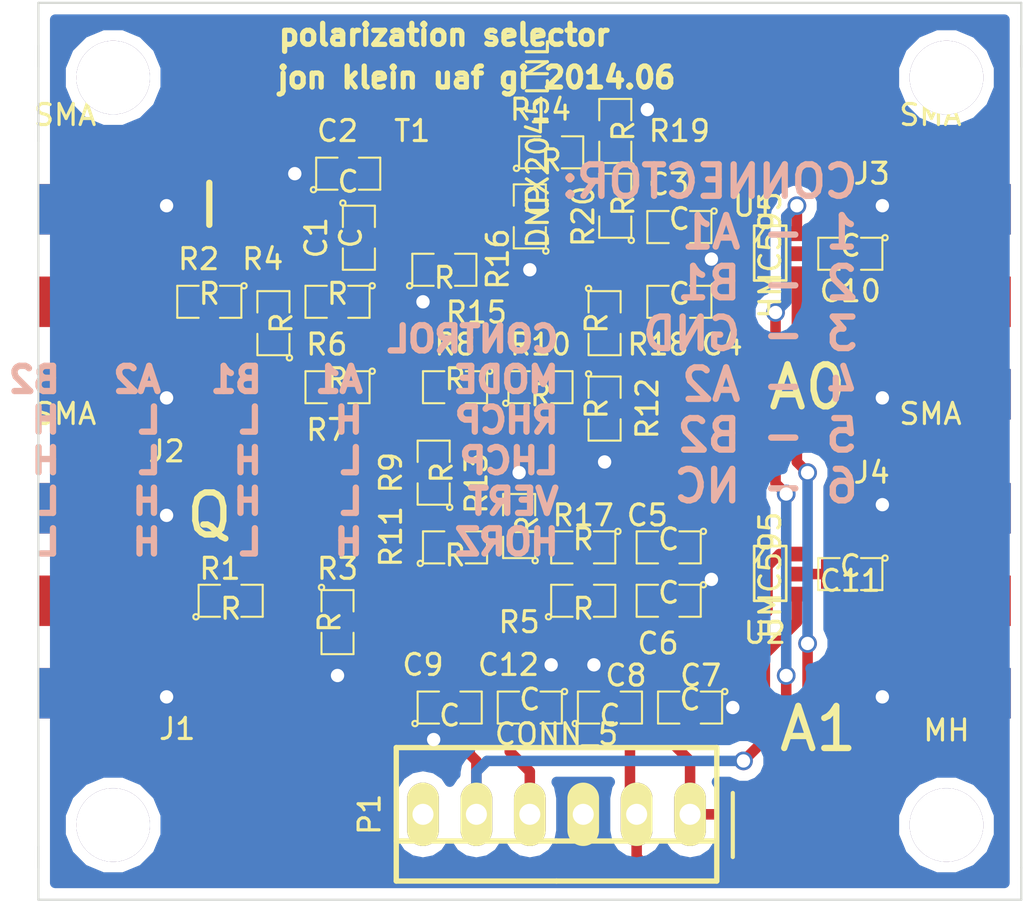
<source format=kicad_pcb>
(kicad_pcb (version 3) (host pcbnew "(2014-03-19 BZR 4756)-product")

  (general
    (links 72)
    (no_connects 0)
    (area 115.693951 80.437379 189.106049 125.86426)
    (thickness 1.6)
    (drawings 18)
    (tracks 187)
    (zones 0)
    (modules 44)
    (nets 35)
  )

  (page A4)
  (layers
    (15 F.Cu signal)
    (0 B.Cu signal)
    (16 B.Adhes user)
    (17 F.Adhes user)
    (18 B.Paste user)
    (19 F.Paste user)
    (20 B.SilkS user)
    (21 F.SilkS user)
    (22 B.Mask user)
    (23 F.Mask user)
    (24 Dwgs.User user)
    (25 Cmts.User user)
    (26 Eco1.User user)
    (27 Eco2.User user)
    (28 Edge.Cuts user)
  )

  (setup
    (last_trace_width 0.5)
    (user_trace_width 0.5)
    (trace_clearance 0.2)
    (zone_clearance 0.5)
    (zone_45_only no)
    (trace_min 0.254)
    (segment_width 0.2)
    (edge_width 0.1)
    (via_size 0.889)
    (via_drill 0.635)
    (via_min_size 0.889)
    (via_min_drill 0.508)
    (uvia_size 0.508)
    (uvia_drill 0.127)
    (uvias_allowed no)
    (uvia_min_size 0.508)
    (uvia_min_drill 0.127)
    (pcb_text_width 0.3)
    (pcb_text_size 1.5 1.5)
    (mod_edge_width 0.15)
    (mod_text_size 1 1)
    (mod_text_width 0.15)
    (pad_size 0.8 1.5)
    (pad_drill 0)
    (pad_to_mask_clearance 0)
    (aux_axis_origin 0 0)
    (visible_elements FFFEFF7F)
    (pcbplotparams
      (layerselection 284196865)
      (usegerberextensions true)
      (excludeedgelayer true)
      (linewidth 0.150000)
      (plotframeref false)
      (viasonmask false)
      (mode 1)
      (useauxorigin false)
      (hpglpennumber 1)
      (hpglpenspeed 20)
      (hpglpendiameter 15)
      (hpglpenoverlay 2)
      (psnegative false)
      (psa4output false)
      (plotreference true)
      (plotvalue false)
      (plotothertext true)
      (plotinvisibletext false)
      (padsonsilk false)
      (subtractmaskfromsilk false)
      (outputformat 1)
      (mirror false)
      (drillshape 0)
      (scaleselection 1)
      (outputdirectory gerbs/))
  )

  (net 0 "")
  (net 1 "Net-(C1-Pad1)")
  (net 2 "Net-(C1-Pad2)")
  (net 3 GND)
  (net 4 "Net-(C2-Pad2)")
  (net 5 "Net-(C3-Pad1)")
  (net 6 "Net-(C3-Pad2)")
  (net 7 "Net-(C4-Pad1)")
  (net 8 "Net-(C4-Pad2)")
  (net 9 "Net-(C5-Pad1)")
  (net 10 "Net-(C5-Pad2)")
  (net 11 "Net-(C6-Pad1)")
  (net 12 "Net-(C6-Pad2)")
  (net 13 "Net-(C7-Pad2)")
  (net 14 "Net-(C8-Pad2)")
  (net 15 "Net-(C9-Pad2)")
  (net 16 "Net-(C10-Pad1)")
  (net 17 "Net-(C10-Pad2)")
  (net 18 "Net-(C11-Pad1)")
  (net 19 "Net-(C11-Pad2)")
  (net 20 "Net-(C12-Pad2)")
  (net 21 "Net-(J1-Pad1)")
  (net 22 "Net-(J2-Pad1)")
  (net 23 "Net-(R1-Pad2)")
  (net 24 "Net-(R2-Pad1)")
  (net 25 "Net-(R4-Pad1)")
  (net 26 "Net-(R7-Pad1)")
  (net 27 "Net-(R10-Pad1)")
  (net 28 "Net-(R11-Pad1)")
  (net 29 "Net-(R10-Pad2)")
  (net 30 "Net-(R11-Pad2)")
  (net 31 "Net-(R14-Pad1)")
  (net 32 "Net-(R14-Pad2)")
  (net 33 "Net-(R15-Pad2)")
  (net 34 "Net-(R16-Pad2)")

  (net_class Default "This is the default net class."
    (clearance 0.2)
    (trace_width 0.254)
    (via_dia 0.889)
    (via_drill 0.635)
    (uvia_dia 0.508)
    (uvia_drill 0.127)
    (add_net GND)
    (add_net "Net-(C1-Pad1)")
    (add_net "Net-(C1-Pad2)")
    (add_net "Net-(C10-Pad1)")
    (add_net "Net-(C10-Pad2)")
    (add_net "Net-(C11-Pad1)")
    (add_net "Net-(C11-Pad2)")
    (add_net "Net-(C12-Pad2)")
    (add_net "Net-(C2-Pad2)")
    (add_net "Net-(C3-Pad1)")
    (add_net "Net-(C3-Pad2)")
    (add_net "Net-(C4-Pad1)")
    (add_net "Net-(C4-Pad2)")
    (add_net "Net-(C5-Pad1)")
    (add_net "Net-(C5-Pad2)")
    (add_net "Net-(C6-Pad1)")
    (add_net "Net-(C6-Pad2)")
    (add_net "Net-(C7-Pad2)")
    (add_net "Net-(C8-Pad2)")
    (add_net "Net-(C9-Pad2)")
    (add_net "Net-(J1-Pad1)")
    (add_net "Net-(J2-Pad1)")
    (add_net "Net-(R1-Pad2)")
    (add_net "Net-(R10-Pad1)")
    (add_net "Net-(R10-Pad2)")
    (add_net "Net-(R11-Pad1)")
    (add_net "Net-(R11-Pad2)")
    (add_net "Net-(R14-Pad1)")
    (add_net "Net-(R14-Pad2)")
    (add_net "Net-(R15-Pad2)")
    (add_net "Net-(R16-Pad2)")
    (add_net "Net-(R2-Pad1)")
    (add_net "Net-(R4-Pad1)")
    (add_net "Net-(R7-Pad1)")
  )

  (module SMD_Packages:SM0805 (layer F.Cu) (tedit 53B1D73F) (tstamp 53B1D163)
    (at 144.272 91.948 270)
    (path /53B1BE53)
    (attr smd)
    (fp_text reference C1 (at 0 2.032 270) (layer F.SilkS)
      (effects (font (size 1 1) (thickness 0.15)))
    )
    (fp_text value C (at 0 0.381 270) (layer F.SilkS)
      (effects (font (size 1 1) (thickness 0.15)))
    )
    (fp_circle (center -1.651 0.762) (end -1.651 0.635) (layer F.SilkS) (width 0.09906))
    (fp_line (start -0.508 0.762) (end -1.524 0.762) (layer F.SilkS) (width 0.09906))
    (fp_line (start -1.524 0.762) (end -1.524 -0.762) (layer F.SilkS) (width 0.09906))
    (fp_line (start -1.524 -0.762) (end -0.508 -0.762) (layer F.SilkS) (width 0.09906))
    (fp_line (start 0.508 -0.762) (end 1.524 -0.762) (layer F.SilkS) (width 0.09906))
    (fp_line (start 1.524 -0.762) (end 1.524 0.762) (layer F.SilkS) (width 0.09906))
    (fp_line (start 1.524 0.762) (end 0.508 0.762) (layer F.SilkS) (width 0.09906))
    (pad 1 smd rect (at -0.9525 0 270) (size 0.889 1.397) (layers F.Cu F.Paste F.Mask)
      (net 1 "Net-(C1-Pad1)"))
    (pad 2 smd rect (at 0.9525 0 270) (size 0.889 1.397) (layers F.Cu F.Paste F.Mask)
      (net 2 "Net-(C1-Pad2)"))
    (model smd/chip_cms.wrl
      (at (xyz 0 0 0))
      (scale (xyz 0.1 0.1 0.1))
      (rotate (xyz 0 0 0))
    )
  )

  (module SMD_Packages:SM0805 (layer F.Cu) (tedit 53B1D73D) (tstamp 53B1D170)
    (at 143.764 88.9)
    (path /53B1BE80)
    (attr smd)
    (fp_text reference C2 (at -0.508 -2.032) (layer F.SilkS)
      (effects (font (size 1 1) (thickness 0.15)))
    )
    (fp_text value C (at 0 0.381) (layer F.SilkS)
      (effects (font (size 1 1) (thickness 0.15)))
    )
    (fp_circle (center -1.651 0.762) (end -1.651 0.635) (layer F.SilkS) (width 0.09906))
    (fp_line (start -0.508 0.762) (end -1.524 0.762) (layer F.SilkS) (width 0.09906))
    (fp_line (start -1.524 0.762) (end -1.524 -0.762) (layer F.SilkS) (width 0.09906))
    (fp_line (start -1.524 -0.762) (end -0.508 -0.762) (layer F.SilkS) (width 0.09906))
    (fp_line (start 0.508 -0.762) (end 1.524 -0.762) (layer F.SilkS) (width 0.09906))
    (fp_line (start 1.524 -0.762) (end 1.524 0.762) (layer F.SilkS) (width 0.09906))
    (fp_line (start 1.524 0.762) (end 0.508 0.762) (layer F.SilkS) (width 0.09906))
    (pad 1 smd rect (at -0.9525 0) (size 0.889 1.397) (layers F.Cu F.Paste F.Mask)
      (net 3 GND))
    (pad 2 smd rect (at 0.9525 0) (size 0.889 1.397) (layers F.Cu F.Paste F.Mask)
      (net 4 "Net-(C2-Pad2)"))
    (model smd/chip_cms.wrl
      (at (xyz 0 0 0))
      (scale (xyz 0.1 0.1 0.1))
      (rotate (xyz 0 0 0))
    )
  )

  (module SMD_Packages:SM0805 (layer F.Cu) (tedit 53B1D730) (tstamp 53B1D17D)
    (at 159.512 91.44 180)
    (path /53B1C088)
    (attr smd)
    (fp_text reference C3 (at 0.508 2.032 180) (layer F.SilkS)
      (effects (font (size 1 1) (thickness 0.15)))
    )
    (fp_text value C (at 0 0.381 180) (layer F.SilkS)
      (effects (font (size 1 1) (thickness 0.15)))
    )
    (fp_circle (center -1.651 0.762) (end -1.651 0.635) (layer F.SilkS) (width 0.09906))
    (fp_line (start -0.508 0.762) (end -1.524 0.762) (layer F.SilkS) (width 0.09906))
    (fp_line (start -1.524 0.762) (end -1.524 -0.762) (layer F.SilkS) (width 0.09906))
    (fp_line (start -1.524 -0.762) (end -0.508 -0.762) (layer F.SilkS) (width 0.09906))
    (fp_line (start 0.508 -0.762) (end 1.524 -0.762) (layer F.SilkS) (width 0.09906))
    (fp_line (start 1.524 -0.762) (end 1.524 0.762) (layer F.SilkS) (width 0.09906))
    (fp_line (start 1.524 0.762) (end 0.508 0.762) (layer F.SilkS) (width 0.09906))
    (pad 1 smd rect (at -0.9525 0 180) (size 0.889 1.397) (layers F.Cu F.Paste F.Mask)
      (net 5 "Net-(C3-Pad1)"))
    (pad 2 smd rect (at 0.9525 0 180) (size 0.889 1.397) (layers F.Cu F.Paste F.Mask)
      (net 6 "Net-(C3-Pad2)"))
    (model smd/chip_cms.wrl
      (at (xyz 0 0 0))
      (scale (xyz 0.1 0.1 0.1))
      (rotate (xyz 0 0 0))
    )
  )

  (module SMD_Packages:SM0805 (layer F.Cu) (tedit 53B1D721) (tstamp 53B1D18A)
    (at 159.512 94.996 180)
    (path /53B1C07D)
    (attr smd)
    (fp_text reference C4 (at -2.032 -2.032 180) (layer F.SilkS)
      (effects (font (size 1 1) (thickness 0.15)))
    )
    (fp_text value C (at 0 0.381 180) (layer F.SilkS)
      (effects (font (size 1 1) (thickness 0.15)))
    )
    (fp_circle (center -1.651 0.762) (end -1.651 0.635) (layer F.SilkS) (width 0.09906))
    (fp_line (start -0.508 0.762) (end -1.524 0.762) (layer F.SilkS) (width 0.09906))
    (fp_line (start -1.524 0.762) (end -1.524 -0.762) (layer F.SilkS) (width 0.09906))
    (fp_line (start -1.524 -0.762) (end -0.508 -0.762) (layer F.SilkS) (width 0.09906))
    (fp_line (start 0.508 -0.762) (end 1.524 -0.762) (layer F.SilkS) (width 0.09906))
    (fp_line (start 1.524 -0.762) (end 1.524 0.762) (layer F.SilkS) (width 0.09906))
    (fp_line (start 1.524 0.762) (end 0.508 0.762) (layer F.SilkS) (width 0.09906))
    (pad 1 smd rect (at -0.9525 0 180) (size 0.889 1.397) (layers F.Cu F.Paste F.Mask)
      (net 7 "Net-(C4-Pad1)"))
    (pad 2 smd rect (at 0.9525 0 180) (size 0.889 1.397) (layers F.Cu F.Paste F.Mask)
      (net 8 "Net-(C4-Pad2)"))
    (model smd/chip_cms.wrl
      (at (xyz 0 0 0))
      (scale (xyz 0.1 0.1 0.1))
      (rotate (xyz 0 0 0))
    )
  )

  (module SMD_Packages:SM0805 (layer F.Cu) (tedit 53B1D74D) (tstamp 53B1D197)
    (at 159.004 106.68 180)
    (path /53B1C067)
    (attr smd)
    (fp_text reference C5 (at 1.016 1.524 180) (layer F.SilkS)
      (effects (font (size 1 1) (thickness 0.15)))
    )
    (fp_text value C (at 0 0.381 180) (layer F.SilkS)
      (effects (font (size 1 1) (thickness 0.15)))
    )
    (fp_circle (center -1.651 0.762) (end -1.651 0.635) (layer F.SilkS) (width 0.09906))
    (fp_line (start -0.508 0.762) (end -1.524 0.762) (layer F.SilkS) (width 0.09906))
    (fp_line (start -1.524 0.762) (end -1.524 -0.762) (layer F.SilkS) (width 0.09906))
    (fp_line (start -1.524 -0.762) (end -0.508 -0.762) (layer F.SilkS) (width 0.09906))
    (fp_line (start 0.508 -0.762) (end 1.524 -0.762) (layer F.SilkS) (width 0.09906))
    (fp_line (start 1.524 -0.762) (end 1.524 0.762) (layer F.SilkS) (width 0.09906))
    (fp_line (start 1.524 0.762) (end 0.508 0.762) (layer F.SilkS) (width 0.09906))
    (pad 1 smd rect (at -0.9525 0 180) (size 0.889 1.397) (layers F.Cu F.Paste F.Mask)
      (net 9 "Net-(C5-Pad1)"))
    (pad 2 smd rect (at 0.9525 0 180) (size 0.889 1.397) (layers F.Cu F.Paste F.Mask)
      (net 10 "Net-(C5-Pad2)"))
    (model smd/chip_cms.wrl
      (at (xyz 0 0 0))
      (scale (xyz 0.1 0.1 0.1))
      (rotate (xyz 0 0 0))
    )
  )

  (module SMD_Packages:SM0805 (layer F.Cu) (tedit 53B1D74B) (tstamp 53B1D1A4)
    (at 159.004 109.22 180)
    (path /53B1C072)
    (attr smd)
    (fp_text reference C6 (at 0.508 -2.032 180) (layer F.SilkS)
      (effects (font (size 1 1) (thickness 0.15)))
    )
    (fp_text value C (at 0 0.381 180) (layer F.SilkS)
      (effects (font (size 1 1) (thickness 0.15)))
    )
    (fp_circle (center -1.651 0.762) (end -1.651 0.635) (layer F.SilkS) (width 0.09906))
    (fp_line (start -0.508 0.762) (end -1.524 0.762) (layer F.SilkS) (width 0.09906))
    (fp_line (start -1.524 0.762) (end -1.524 -0.762) (layer F.SilkS) (width 0.09906))
    (fp_line (start -1.524 -0.762) (end -0.508 -0.762) (layer F.SilkS) (width 0.09906))
    (fp_line (start 0.508 -0.762) (end 1.524 -0.762) (layer F.SilkS) (width 0.09906))
    (fp_line (start 1.524 -0.762) (end 1.524 0.762) (layer F.SilkS) (width 0.09906))
    (fp_line (start 1.524 0.762) (end 0.508 0.762) (layer F.SilkS) (width 0.09906))
    (pad 1 smd rect (at -0.9525 0 180) (size 0.889 1.397) (layers F.Cu F.Paste F.Mask)
      (net 11 "Net-(C6-Pad1)"))
    (pad 2 smd rect (at 0.9525 0 180) (size 0.889 1.397) (layers F.Cu F.Paste F.Mask)
      (net 12 "Net-(C6-Pad2)"))
    (model smd/chip_cms.wrl
      (at (xyz 0 0 0))
      (scale (xyz 0.1 0.1 0.1))
      (rotate (xyz 0 0 0))
    )
  )

  (module SMD_Packages:SM0805 (layer F.Cu) (tedit 53B1D750) (tstamp 53B1D1B1)
    (at 160.02 114.3 180)
    (path /53B1D3CA)
    (attr smd)
    (fp_text reference C7 (at -0.508 1.524 180) (layer F.SilkS)
      (effects (font (size 1 1) (thickness 0.15)))
    )
    (fp_text value C (at 0 0.381 180) (layer F.SilkS)
      (effects (font (size 1 1) (thickness 0.15)))
    )
    (fp_circle (center -1.651 0.762) (end -1.651 0.635) (layer F.SilkS) (width 0.09906))
    (fp_line (start -0.508 0.762) (end -1.524 0.762) (layer F.SilkS) (width 0.09906))
    (fp_line (start -1.524 0.762) (end -1.524 -0.762) (layer F.SilkS) (width 0.09906))
    (fp_line (start -1.524 -0.762) (end -0.508 -0.762) (layer F.SilkS) (width 0.09906))
    (fp_line (start 0.508 -0.762) (end 1.524 -0.762) (layer F.SilkS) (width 0.09906))
    (fp_line (start 1.524 -0.762) (end 1.524 0.762) (layer F.SilkS) (width 0.09906))
    (fp_line (start 1.524 0.762) (end 0.508 0.762) (layer F.SilkS) (width 0.09906))
    (pad 1 smd rect (at -0.9525 0 180) (size 0.889 1.397) (layers F.Cu F.Paste F.Mask)
      (net 3 GND))
    (pad 2 smd rect (at 0.9525 0 180) (size 0.889 1.397) (layers F.Cu F.Paste F.Mask)
      (net 13 "Net-(C7-Pad2)"))
    (model smd/chip_cms.wrl
      (at (xyz 0 0 0))
      (scale (xyz 0.1 0.1 0.1))
      (rotate (xyz 0 0 0))
    )
  )

  (module SMD_Packages:SM0805 (layer F.Cu) (tedit 53B1D752) (tstamp 53B1D1BE)
    (at 156.21 114.3)
    (path /53B1D3BF)
    (attr smd)
    (fp_text reference C8 (at 0.762 -1.524) (layer F.SilkS)
      (effects (font (size 1 1) (thickness 0.15)))
    )
    (fp_text value C (at 0 0.381) (layer F.SilkS)
      (effects (font (size 1 1) (thickness 0.15)))
    )
    (fp_circle (center -1.651 0.762) (end -1.651 0.635) (layer F.SilkS) (width 0.09906))
    (fp_line (start -0.508 0.762) (end -1.524 0.762) (layer F.SilkS) (width 0.09906))
    (fp_line (start -1.524 0.762) (end -1.524 -0.762) (layer F.SilkS) (width 0.09906))
    (fp_line (start -1.524 -0.762) (end -0.508 -0.762) (layer F.SilkS) (width 0.09906))
    (fp_line (start 0.508 -0.762) (end 1.524 -0.762) (layer F.SilkS) (width 0.09906))
    (fp_line (start 1.524 -0.762) (end 1.524 0.762) (layer F.SilkS) (width 0.09906))
    (fp_line (start 1.524 0.762) (end 0.508 0.762) (layer F.SilkS) (width 0.09906))
    (pad 1 smd rect (at -0.9525 0) (size 0.889 1.397) (layers F.Cu F.Paste F.Mask)
      (net 3 GND))
    (pad 2 smd rect (at 0.9525 0) (size 0.889 1.397) (layers F.Cu F.Paste F.Mask)
      (net 14 "Net-(C8-Pad2)"))
    (model smd/chip_cms.wrl
      (at (xyz 0 0 0))
      (scale (xyz 0.1 0.1 0.1))
      (rotate (xyz 0 0 0))
    )
  )

  (module SMD_Packages:SM0805 (layer F.Cu) (tedit 53B1D758) (tstamp 53B1D1CB)
    (at 148.59 114.3)
    (path /53B1D3A9)
    (attr smd)
    (fp_text reference C9 (at -1.27 -2.032) (layer F.SilkS)
      (effects (font (size 1 1) (thickness 0.15)))
    )
    (fp_text value C (at 0 0.381) (layer F.SilkS)
      (effects (font (size 1 1) (thickness 0.15)))
    )
    (fp_circle (center -1.651 0.762) (end -1.651 0.635) (layer F.SilkS) (width 0.09906))
    (fp_line (start -0.508 0.762) (end -1.524 0.762) (layer F.SilkS) (width 0.09906))
    (fp_line (start -1.524 0.762) (end -1.524 -0.762) (layer F.SilkS) (width 0.09906))
    (fp_line (start -1.524 -0.762) (end -0.508 -0.762) (layer F.SilkS) (width 0.09906))
    (fp_line (start 0.508 -0.762) (end 1.524 -0.762) (layer F.SilkS) (width 0.09906))
    (fp_line (start 1.524 -0.762) (end 1.524 0.762) (layer F.SilkS) (width 0.09906))
    (fp_line (start 1.524 0.762) (end 0.508 0.762) (layer F.SilkS) (width 0.09906))
    (pad 1 smd rect (at -0.9525 0) (size 0.889 1.397) (layers F.Cu F.Paste F.Mask)
      (net 3 GND))
    (pad 2 smd rect (at 0.9525 0) (size 0.889 1.397) (layers F.Cu F.Paste F.Mask)
      (net 15 "Net-(C9-Pad2)"))
    (model smd/chip_cms.wrl
      (at (xyz 0 0 0))
      (scale (xyz 0.1 0.1 0.1))
      (rotate (xyz 0 0 0))
    )
  )

  (module SMD_Packages:SM0805 (layer F.Cu) (tedit 53B1D72C) (tstamp 53B1D1D8)
    (at 167.64 92.71 180)
    (path /53B1C093)
    (attr smd)
    (fp_text reference C10 (at 0 -1.778 180) (layer F.SilkS)
      (effects (font (size 1 1) (thickness 0.15)))
    )
    (fp_text value C (at 0 0.381 180) (layer F.SilkS)
      (effects (font (size 1 1) (thickness 0.15)))
    )
    (fp_circle (center -1.651 0.762) (end -1.651 0.635) (layer F.SilkS) (width 0.09906))
    (fp_line (start -0.508 0.762) (end -1.524 0.762) (layer F.SilkS) (width 0.09906))
    (fp_line (start -1.524 0.762) (end -1.524 -0.762) (layer F.SilkS) (width 0.09906))
    (fp_line (start -1.524 -0.762) (end -0.508 -0.762) (layer F.SilkS) (width 0.09906))
    (fp_line (start 0.508 -0.762) (end 1.524 -0.762) (layer F.SilkS) (width 0.09906))
    (fp_line (start 1.524 -0.762) (end 1.524 0.762) (layer F.SilkS) (width 0.09906))
    (fp_line (start 1.524 0.762) (end 0.508 0.762) (layer F.SilkS) (width 0.09906))
    (pad 1 smd rect (at -0.9525 0 180) (size 0.889 1.397) (layers F.Cu F.Paste F.Mask)
      (net 16 "Net-(C10-Pad1)"))
    (pad 2 smd rect (at 0.9525 0 180) (size 0.889 1.397) (layers F.Cu F.Paste F.Mask)
      (net 17 "Net-(C10-Pad2)"))
    (model smd/chip_cms.wrl
      (at (xyz 0 0 0))
      (scale (xyz 0.1 0.1 0.1))
      (rotate (xyz 0 0 0))
    )
  )

  (module SMD_Packages:SM0805 (layer F.Cu) (tedit 53B1CFAE) (tstamp 53B1D1E5)
    (at 167.64 107.95 180)
    (path /53B1C05C)
    (attr smd)
    (fp_text reference C11 (at 0 -0.3175 180) (layer F.SilkS)
      (effects (font (size 1 1) (thickness 0.15)))
    )
    (fp_text value C (at 0 0.381 180) (layer F.SilkS)
      (effects (font (size 1 1) (thickness 0.15)))
    )
    (fp_circle (center -1.651 0.762) (end -1.651 0.635) (layer F.SilkS) (width 0.09906))
    (fp_line (start -0.508 0.762) (end -1.524 0.762) (layer F.SilkS) (width 0.09906))
    (fp_line (start -1.524 0.762) (end -1.524 -0.762) (layer F.SilkS) (width 0.09906))
    (fp_line (start -1.524 -0.762) (end -0.508 -0.762) (layer F.SilkS) (width 0.09906))
    (fp_line (start 0.508 -0.762) (end 1.524 -0.762) (layer F.SilkS) (width 0.09906))
    (fp_line (start 1.524 -0.762) (end 1.524 0.762) (layer F.SilkS) (width 0.09906))
    (fp_line (start 1.524 0.762) (end 0.508 0.762) (layer F.SilkS) (width 0.09906))
    (pad 1 smd rect (at -0.9525 0 180) (size 0.889 1.397) (layers F.Cu F.Paste F.Mask)
      (net 18 "Net-(C11-Pad1)"))
    (pad 2 smd rect (at 0.9525 0 180) (size 0.889 1.397) (layers F.Cu F.Paste F.Mask)
      (net 19 "Net-(C11-Pad2)"))
    (model smd/chip_cms.wrl
      (at (xyz 0 0 0))
      (scale (xyz 0.1 0.1 0.1))
      (rotate (xyz 0 0 0))
    )
  )

  (module SMD_Packages:SM0805 (layer F.Cu) (tedit 53B1D755) (tstamp 53B1D1F2)
    (at 152.4 114.3 180)
    (path /53B1D3B4)
    (attr smd)
    (fp_text reference C12 (at 1.016 2.032 180) (layer F.SilkS)
      (effects (font (size 1 1) (thickness 0.15)))
    )
    (fp_text value C (at 0 0.381 180) (layer F.SilkS)
      (effects (font (size 1 1) (thickness 0.15)))
    )
    (fp_circle (center -1.651 0.762) (end -1.651 0.635) (layer F.SilkS) (width 0.09906))
    (fp_line (start -0.508 0.762) (end -1.524 0.762) (layer F.SilkS) (width 0.09906))
    (fp_line (start -1.524 0.762) (end -1.524 -0.762) (layer F.SilkS) (width 0.09906))
    (fp_line (start -1.524 -0.762) (end -0.508 -0.762) (layer F.SilkS) (width 0.09906))
    (fp_line (start 0.508 -0.762) (end 1.524 -0.762) (layer F.SilkS) (width 0.09906))
    (fp_line (start 1.524 -0.762) (end 1.524 0.762) (layer F.SilkS) (width 0.09906))
    (fp_line (start 1.524 0.762) (end 0.508 0.762) (layer F.SilkS) (width 0.09906))
    (pad 1 smd rect (at -0.9525 0 180) (size 0.889 1.397) (layers F.Cu F.Paste F.Mask)
      (net 3 GND))
    (pad 2 smd rect (at 0.9525 0 180) (size 0.889 1.397) (layers F.Cu F.Paste F.Mask)
      (net 20 "Net-(C12-Pad2)"))
    (model smd/chip_cms.wrl
      (at (xyz 0 0 0))
      (scale (xyz 0.1 0.1 0.1))
      (rotate (xyz 0 0 0))
    )
  )

  (module sma:sma (layer F.Cu) (tedit 53B1D776) (tstamp 53B1D1FB)
    (at 131.572 109.22)
    (path /53B1BF03)
    (fp_text reference J1 (at 4.064 6.096) (layer F.SilkS)
      (effects (font (size 1 1) (thickness 0.15)))
    )
    (fp_text value SMA (at -1.27 -8.89) (layer F.SilkS)
      (effects (font (size 1 1) (thickness 0.15)))
    )
    (pad 1 smd rect (at 0 0) (size 5.1 2.4) (layers F.Cu F.Paste F.Mask)
      (net 21 "Net-(J1-Pad1)"))
    (pad 2 smd rect (at 0 -4.4) (size 5.1 2.4) (layers F.Cu F.Paste F.Mask)
      (net 3 GND))
    (pad 3 smd rect (at 0 4.4) (size 5.1 2.4) (layers F.Cu F.Paste F.Mask)
      (net 3 GND))
    (pad 4 smd rect (at 0 4.4) (size 5.1 2.4) (layers B.Cu B.Paste B.Mask)
      (net 3 GND))
    (pad 5 smd rect (at 0 -4.4) (size 5.1 2.4) (layers B.Cu B.Paste B.Mask)
      (net 3 GND))
  )

  (module sma:sma (layer F.Cu) (tedit 53B1D774) (tstamp 53B1D204)
    (at 131.572 94.996)
    (path /53B1BE3C)
    (fp_text reference J2 (at 3.556 7.112) (layer F.SilkS)
      (effects (font (size 1 1) (thickness 0.15)))
    )
    (fp_text value SMA (at -1.27 -8.89) (layer F.SilkS)
      (effects (font (size 1 1) (thickness 0.15)))
    )
    (pad 1 smd rect (at 0 0) (size 5.1 2.4) (layers F.Cu F.Paste F.Mask)
      (net 22 "Net-(J2-Pad1)"))
    (pad 2 smd rect (at 0 -4.4) (size 5.1 2.4) (layers F.Cu F.Paste F.Mask)
      (net 3 GND))
    (pad 3 smd rect (at 0 4.4) (size 5.1 2.4) (layers F.Cu F.Paste F.Mask)
      (net 3 GND))
    (pad 4 smd rect (at 0 4.4) (size 5.1 2.4) (layers B.Cu B.Paste B.Mask)
      (net 3 GND))
    (pad 5 smd rect (at 0 -4.4) (size 5.1 2.4) (layers B.Cu B.Paste B.Mask)
      (net 3 GND))
  )

  (module sma:sma (layer F.Cu) (tedit 53B1D766) (tstamp 53B1D20D)
    (at 172.72 94.996)
    (path /53B1BE1F)
    (fp_text reference J3 (at -4.064 -6.096) (layer F.SilkS)
      (effects (font (size 1 1) (thickness 0.15)))
    )
    (fp_text value SMA (at -1.27 -8.89) (layer F.SilkS)
      (effects (font (size 1 1) (thickness 0.15)))
    )
    (pad 1 smd rect (at 0 0) (size 5.1 2.4) (layers F.Cu F.Paste F.Mask)
      (net 16 "Net-(C10-Pad1)"))
    (pad 2 smd rect (at 0 -4.4) (size 5.1 2.4) (layers F.Cu F.Paste F.Mask)
      (net 3 GND))
    (pad 3 smd rect (at 0 4.4) (size 5.1 2.4) (layers F.Cu F.Paste F.Mask)
      (net 3 GND))
    (pad 4 smd rect (at 0 4.4) (size 5.1 2.4) (layers B.Cu B.Paste B.Mask)
      (net 3 GND))
    (pad 5 smd rect (at 0 -4.4) (size 5.1 2.4) (layers B.Cu B.Paste B.Mask)
      (net 3 GND))
  )

  (module sma:sma (layer F.Cu) (tedit 53B1D769) (tstamp 53B1D216)
    (at 172.72 109.22)
    (path /53B1C329)
    (fp_text reference J4 (at -4.064 -6.096) (layer F.SilkS)
      (effects (font (size 1 1) (thickness 0.15)))
    )
    (fp_text value SMA (at -1.27 -8.89) (layer F.SilkS)
      (effects (font (size 1 1) (thickness 0.15)))
    )
    (pad 1 smd rect (at 0 0) (size 5.1 2.4) (layers F.Cu F.Paste F.Mask)
      (net 18 "Net-(C11-Pad1)"))
    (pad 2 smd rect (at 0 -4.4) (size 5.1 2.4) (layers F.Cu F.Paste F.Mask)
      (net 3 GND))
    (pad 3 smd rect (at 0 4.4) (size 5.1 2.4) (layers F.Cu F.Paste F.Mask)
      (net 3 GND))
    (pad 4 smd rect (at 0 4.4) (size 5.1 2.4) (layers B.Cu B.Paste B.Mask)
      (net 3 GND))
    (pad 5 smd rect (at 0 -4.4) (size 5.1 2.4) (layers B.Cu B.Paste B.Mask)
      (net 3 GND))
  )

  (module Connect:PINHEAD1-6 (layer F.Cu) (tedit 53B1D726) (tstamp 53B1D228)
    (at 153.67 119.38 180)
    (path /53B1CF49)
    (attr virtual)
    (fp_text reference P1 (at 8.89 0 270) (layer F.SilkS)
      (effects (font (size 1 1) (thickness 0.15)))
    )
    (fp_text value CONN_5 (at 0 3.81 180) (layer F.SilkS)
      (effects (font (size 1 1) (thickness 0.15)))
    )
    (fp_line (start 0 3.175) (end 7.62 3.175) (layer F.SilkS) (width 0.254))
    (fp_line (start 0 -1.27) (end 7.62 -1.27) (layer F.SilkS) (width 0.254))
    (fp_line (start 0 -3.175) (end 7.62 -3.175) (layer F.SilkS) (width 0.254))
    (fp_line (start -7.62 -3.175) (end -7.62 3.175) (layer F.SilkS) (width 0.254))
    (fp_line (start 7.62 -3.175) (end 7.62 3.175) (layer F.SilkS) (width 0.254))
    (fp_line (start 0 -1.27) (end -7.62 -1.27) (layer F.SilkS) (width 0.254))
    (fp_line (start -7.62 -3.175) (end 0 -3.175) (layer F.SilkS) (width 0.254))
    (fp_line (start 0 3.175) (end -7.62 3.175) (layer F.SilkS) (width 0.254))
    (pad 1 thru_hole oval (at -6.35 0 180) (size 1.50622 3.01498) (drill 0.99822) (layers *.Cu *.Mask F.SilkS)
      (net 13 "Net-(C7-Pad2)"))
    (pad 2 thru_hole oval (at -3.81 0 180) (size 1.50622 3.01498) (drill 0.99822) (layers *.Cu *.Mask F.SilkS)
      (net 14 "Net-(C8-Pad2)"))
    (pad 3 thru_hole oval (at -1.27 0 180) (size 1.50622 3.01498) (drill 0.99822) (layers *.Cu *.Mask F.SilkS)
      (net 3 GND))
    (pad 4 thru_hole oval (at 1.27 0 180) (size 1.50622 3.01498) (drill 0.99822) (layers *.Cu *.Mask F.SilkS)
      (net 20 "Net-(C12-Pad2)"))
    (pad 5 thru_hole oval (at 3.81 0 180) (size 1.50622 3.01498) (drill 0.99822) (layers *.Cu *.Mask F.SilkS)
      (net 15 "Net-(C9-Pad2)"))
    (pad 6 thru_hole oval (at 6.35 0 180) (size 1.50622 3.01498) (drill 0.99822) (layers *.Cu *.Mask F.SilkS))
  )

  (module SMD_Packages:SM0805 (layer F.Cu) (tedit 53B1D70D) (tstamp 53B1D235)
    (at 138.176 109.22)
    (path /53B1BF0E)
    (attr smd)
    (fp_text reference R1 (at -0.508 -1.524) (layer F.SilkS)
      (effects (font (size 1 1) (thickness 0.15)))
    )
    (fp_text value R (at 0 0.381) (layer F.SilkS)
      (effects (font (size 1 1) (thickness 0.15)))
    )
    (fp_circle (center -1.651 0.762) (end -1.651 0.635) (layer F.SilkS) (width 0.09906))
    (fp_line (start -0.508 0.762) (end -1.524 0.762) (layer F.SilkS) (width 0.09906))
    (fp_line (start -1.524 0.762) (end -1.524 -0.762) (layer F.SilkS) (width 0.09906))
    (fp_line (start -1.524 -0.762) (end -0.508 -0.762) (layer F.SilkS) (width 0.09906))
    (fp_line (start 0.508 -0.762) (end 1.524 -0.762) (layer F.SilkS) (width 0.09906))
    (fp_line (start 1.524 -0.762) (end 1.524 0.762) (layer F.SilkS) (width 0.09906))
    (fp_line (start 1.524 0.762) (end 0.508 0.762) (layer F.SilkS) (width 0.09906))
    (pad 1 smd rect (at -0.9525 0) (size 0.889 1.397) (layers F.Cu F.Paste F.Mask)
      (net 21 "Net-(J1-Pad1)"))
    (pad 2 smd rect (at 0.9525 0) (size 0.889 1.397) (layers F.Cu F.Paste F.Mask)
      (net 23 "Net-(R1-Pad2)"))
    (model smd/chip_cms.wrl
      (at (xyz 0 0 0))
      (scale (xyz 0.1 0.1 0.1))
      (rotate (xyz 0 0 0))
    )
  )

  (module SMD_Packages:SM0805 (layer F.Cu) (tedit 53B1D6F6) (tstamp 53B1D242)
    (at 137.16 94.996 180)
    (path /53B1BEA3)
    (attr smd)
    (fp_text reference R2 (at 0.508 2.032 180) (layer F.SilkS)
      (effects (font (size 1 1) (thickness 0.15)))
    )
    (fp_text value R (at 0 0.381 180) (layer F.SilkS)
      (effects (font (size 1 1) (thickness 0.15)))
    )
    (fp_circle (center -1.651 0.762) (end -1.651 0.635) (layer F.SilkS) (width 0.09906))
    (fp_line (start -0.508 0.762) (end -1.524 0.762) (layer F.SilkS) (width 0.09906))
    (fp_line (start -1.524 0.762) (end -1.524 -0.762) (layer F.SilkS) (width 0.09906))
    (fp_line (start -1.524 -0.762) (end -0.508 -0.762) (layer F.SilkS) (width 0.09906))
    (fp_line (start 0.508 -0.762) (end 1.524 -0.762) (layer F.SilkS) (width 0.09906))
    (fp_line (start 1.524 -0.762) (end 1.524 0.762) (layer F.SilkS) (width 0.09906))
    (fp_line (start 1.524 0.762) (end 0.508 0.762) (layer F.SilkS) (width 0.09906))
    (pad 1 smd rect (at -0.9525 0 180) (size 0.889 1.397) (layers F.Cu F.Paste F.Mask)
      (net 24 "Net-(R2-Pad1)"))
    (pad 2 smd rect (at 0.9525 0 180) (size 0.889 1.397) (layers F.Cu F.Paste F.Mask)
      (net 22 "Net-(J2-Pad1)"))
    (model smd/chip_cms.wrl
      (at (xyz 0 0 0))
      (scale (xyz 0.1 0.1 0.1))
      (rotate (xyz 0 0 0))
    )
  )

  (module SMD_Packages:SM0805 (layer F.Cu) (tedit 53B1D70A) (tstamp 53B1D24F)
    (at 143.256 110.236 270)
    (path /53B1BF19)
    (attr smd)
    (fp_text reference R3 (at -2.54 0 360) (layer F.SilkS)
      (effects (font (size 1 1) (thickness 0.15)))
    )
    (fp_text value R (at 0 0.381 270) (layer F.SilkS)
      (effects (font (size 1 1) (thickness 0.15)))
    )
    (fp_circle (center -1.651 0.762) (end -1.651 0.635) (layer F.SilkS) (width 0.09906))
    (fp_line (start -0.508 0.762) (end -1.524 0.762) (layer F.SilkS) (width 0.09906))
    (fp_line (start -1.524 0.762) (end -1.524 -0.762) (layer F.SilkS) (width 0.09906))
    (fp_line (start -1.524 -0.762) (end -0.508 -0.762) (layer F.SilkS) (width 0.09906))
    (fp_line (start 0.508 -0.762) (end 1.524 -0.762) (layer F.SilkS) (width 0.09906))
    (fp_line (start 1.524 -0.762) (end 1.524 0.762) (layer F.SilkS) (width 0.09906))
    (fp_line (start 1.524 0.762) (end 0.508 0.762) (layer F.SilkS) (width 0.09906))
    (pad 1 smd rect (at -0.9525 0 270) (size 0.889 1.397) (layers F.Cu F.Paste F.Mask)
      (net 23 "Net-(R1-Pad2)"))
    (pad 2 smd rect (at 0.9525 0 270) (size 0.889 1.397) (layers F.Cu F.Paste F.Mask)
      (net 3 GND))
    (model smd/chip_cms.wrl
      (at (xyz 0 0 0))
      (scale (xyz 0.1 0.1 0.1))
      (rotate (xyz 0 0 0))
    )
  )

  (module SMD_Packages:SM0805 (layer F.Cu) (tedit 53B1D6F7) (tstamp 53B1D25C)
    (at 140.208 96.012 90)
    (path /53B1C5E9)
    (attr smd)
    (fp_text reference R4 (at 3.048 -0.508 180) (layer F.SilkS)
      (effects (font (size 1 1) (thickness 0.15)))
    )
    (fp_text value R (at 0 0.381 90) (layer F.SilkS)
      (effects (font (size 1 1) (thickness 0.15)))
    )
    (fp_circle (center -1.651 0.762) (end -1.651 0.635) (layer F.SilkS) (width 0.09906))
    (fp_line (start -0.508 0.762) (end -1.524 0.762) (layer F.SilkS) (width 0.09906))
    (fp_line (start -1.524 0.762) (end -1.524 -0.762) (layer F.SilkS) (width 0.09906))
    (fp_line (start -1.524 -0.762) (end -0.508 -0.762) (layer F.SilkS) (width 0.09906))
    (fp_line (start 0.508 -0.762) (end 1.524 -0.762) (layer F.SilkS) (width 0.09906))
    (fp_line (start 1.524 -0.762) (end 1.524 0.762) (layer F.SilkS) (width 0.09906))
    (fp_line (start 1.524 0.762) (end 0.508 0.762) (layer F.SilkS) (width 0.09906))
    (pad 1 smd rect (at -0.9525 0 90) (size 0.889 1.397) (layers F.Cu F.Paste F.Mask)
      (net 25 "Net-(R4-Pad1)"))
    (pad 2 smd rect (at 0.9525 0 90) (size 0.889 1.397) (layers F.Cu F.Paste F.Mask)
      (net 24 "Net-(R2-Pad1)"))
    (model smd/chip_cms.wrl
      (at (xyz 0 0 0))
      (scale (xyz 0.1 0.1 0.1))
      (rotate (xyz 0 0 0))
    )
  )

  (module SMD_Packages:SM0805 (layer F.Cu) (tedit 53B1D759) (tstamp 53B1D269)
    (at 154.94 109.22)
    (path /53B1BF24)
    (attr smd)
    (fp_text reference R5 (at -3.048 1.016) (layer F.SilkS)
      (effects (font (size 1 1) (thickness 0.15)))
    )
    (fp_text value R (at 0 0.381) (layer F.SilkS)
      (effects (font (size 1 1) (thickness 0.15)))
    )
    (fp_circle (center -1.651 0.762) (end -1.651 0.635) (layer F.SilkS) (width 0.09906))
    (fp_line (start -0.508 0.762) (end -1.524 0.762) (layer F.SilkS) (width 0.09906))
    (fp_line (start -1.524 0.762) (end -1.524 -0.762) (layer F.SilkS) (width 0.09906))
    (fp_line (start -1.524 -0.762) (end -0.508 -0.762) (layer F.SilkS) (width 0.09906))
    (fp_line (start 0.508 -0.762) (end 1.524 -0.762) (layer F.SilkS) (width 0.09906))
    (fp_line (start 1.524 -0.762) (end 1.524 0.762) (layer F.SilkS) (width 0.09906))
    (fp_line (start 1.524 0.762) (end 0.508 0.762) (layer F.SilkS) (width 0.09906))
    (pad 1 smd rect (at -0.9525 0) (size 0.889 1.397) (layers F.Cu F.Paste F.Mask)
      (net 23 "Net-(R1-Pad2)"))
    (pad 2 smd rect (at 0.9525 0) (size 0.889 1.397) (layers F.Cu F.Paste F.Mask)
      (net 12 "Net-(C6-Pad2)"))
    (model smd/chip_cms.wrl
      (at (xyz 0 0 0))
      (scale (xyz 0.1 0.1 0.1))
      (rotate (xyz 0 0 0))
    )
  )

  (module SMD_Packages:SM0805 (layer F.Cu) (tedit 53B1D6FA) (tstamp 53B1D276)
    (at 143.256 94.996 180)
    (path /53B1BEB5)
    (attr smd)
    (fp_text reference R6 (at 0.508 -2.032 180) (layer F.SilkS)
      (effects (font (size 1 1) (thickness 0.15)))
    )
    (fp_text value R (at 0 0.381 180) (layer F.SilkS)
      (effects (font (size 1 1) (thickness 0.15)))
    )
    (fp_circle (center -1.651 0.762) (end -1.651 0.635) (layer F.SilkS) (width 0.09906))
    (fp_line (start -0.508 0.762) (end -1.524 0.762) (layer F.SilkS) (width 0.09906))
    (fp_line (start -1.524 0.762) (end -1.524 -0.762) (layer F.SilkS) (width 0.09906))
    (fp_line (start -1.524 -0.762) (end -0.508 -0.762) (layer F.SilkS) (width 0.09906))
    (fp_line (start 0.508 -0.762) (end 1.524 -0.762) (layer F.SilkS) (width 0.09906))
    (fp_line (start 1.524 -0.762) (end 1.524 0.762) (layer F.SilkS) (width 0.09906))
    (fp_line (start 1.524 0.762) (end 0.508 0.762) (layer F.SilkS) (width 0.09906))
    (pad 1 smd rect (at -0.9525 0 180) (size 0.889 1.397) (layers F.Cu F.Paste F.Mask)
      (net 2 "Net-(C1-Pad2)"))
    (pad 2 smd rect (at 0.9525 0 180) (size 0.889 1.397) (layers F.Cu F.Paste F.Mask)
      (net 24 "Net-(R2-Pad1)"))
    (model smd/chip_cms.wrl
      (at (xyz 0 0 0))
      (scale (xyz 0.1 0.1 0.1))
      (rotate (xyz 0 0 0))
    )
  )

  (module SMD_Packages:SM0805 (layer F.Cu) (tedit 53B1D6FD) (tstamp 53B1D283)
    (at 143.256 99.06 180)
    (path /53B1C85C)
    (attr smd)
    (fp_text reference R7 (at 0.508 -2.032 180) (layer F.SilkS)
      (effects (font (size 1 1) (thickness 0.15)))
    )
    (fp_text value R (at 0 0.381 180) (layer F.SilkS)
      (effects (font (size 1 1) (thickness 0.15)))
    )
    (fp_circle (center -1.651 0.762) (end -1.651 0.635) (layer F.SilkS) (width 0.09906))
    (fp_line (start -0.508 0.762) (end -1.524 0.762) (layer F.SilkS) (width 0.09906))
    (fp_line (start -1.524 0.762) (end -1.524 -0.762) (layer F.SilkS) (width 0.09906))
    (fp_line (start -1.524 -0.762) (end -0.508 -0.762) (layer F.SilkS) (width 0.09906))
    (fp_line (start 0.508 -0.762) (end 1.524 -0.762) (layer F.SilkS) (width 0.09906))
    (fp_line (start 1.524 -0.762) (end 1.524 0.762) (layer F.SilkS) (width 0.09906))
    (fp_line (start 1.524 0.762) (end 0.508 0.762) (layer F.SilkS) (width 0.09906))
    (pad 1 smd rect (at -0.9525 0 180) (size 0.889 1.397) (layers F.Cu F.Paste F.Mask)
      (net 26 "Net-(R7-Pad1)"))
    (pad 2 smd rect (at 0.9525 0 180) (size 0.889 1.397) (layers F.Cu F.Paste F.Mask)
      (net 25 "Net-(R4-Pad1)"))
    (model smd/chip_cms.wrl
      (at (xyz 0 0 0))
      (scale (xyz 0.1 0.1 0.1))
      (rotate (xyz 0 0 0))
    )
  )

  (module SMD_Packages:SM0805 (layer F.Cu) (tedit 53B1D71A) (tstamp 53B1D290)
    (at 148.844 99.06 180)
    (path /53B1C872)
    (attr smd)
    (fp_text reference R8 (at 0 2.032 180) (layer F.SilkS)
      (effects (font (size 1 1) (thickness 0.15)))
    )
    (fp_text value R (at 0 0.381 180) (layer F.SilkS)
      (effects (font (size 1 1) (thickness 0.15)))
    )
    (fp_circle (center -1.651 0.762) (end -1.651 0.635) (layer F.SilkS) (width 0.09906))
    (fp_line (start -0.508 0.762) (end -1.524 0.762) (layer F.SilkS) (width 0.09906))
    (fp_line (start -1.524 0.762) (end -1.524 -0.762) (layer F.SilkS) (width 0.09906))
    (fp_line (start -1.524 -0.762) (end -0.508 -0.762) (layer F.SilkS) (width 0.09906))
    (fp_line (start 0.508 -0.762) (end 1.524 -0.762) (layer F.SilkS) (width 0.09906))
    (fp_line (start 1.524 -0.762) (end 1.524 0.762) (layer F.SilkS) (width 0.09906))
    (fp_line (start 1.524 0.762) (end 0.508 0.762) (layer F.SilkS) (width 0.09906))
    (pad 1 smd rect (at -0.9525 0 180) (size 0.889 1.397) (layers F.Cu F.Paste F.Mask)
      (net 27 "Net-(R10-Pad1)"))
    (pad 2 smd rect (at 0.9525 0 180) (size 0.889 1.397) (layers F.Cu F.Paste F.Mask)
      (net 26 "Net-(R7-Pad1)"))
    (model smd/chip_cms.wrl
      (at (xyz 0 0 0))
      (scale (xyz 0.1 0.1 0.1))
      (rotate (xyz 0 0 0))
    )
  )

  (module SMD_Packages:SM0805 (layer F.Cu) (tedit 53B1D701) (tstamp 53B1D29D)
    (at 147.828 103.124 90)
    (path /53B1C867)
    (attr smd)
    (fp_text reference R9 (at 0 -2.032 90) (layer F.SilkS)
      (effects (font (size 1 1) (thickness 0.15)))
    )
    (fp_text value R (at 0 0.381 90) (layer F.SilkS)
      (effects (font (size 1 1) (thickness 0.15)))
    )
    (fp_circle (center -1.651 0.762) (end -1.651 0.635) (layer F.SilkS) (width 0.09906))
    (fp_line (start -0.508 0.762) (end -1.524 0.762) (layer F.SilkS) (width 0.09906))
    (fp_line (start -1.524 0.762) (end -1.524 -0.762) (layer F.SilkS) (width 0.09906))
    (fp_line (start -1.524 -0.762) (end -0.508 -0.762) (layer F.SilkS) (width 0.09906))
    (fp_line (start 0.508 -0.762) (end 1.524 -0.762) (layer F.SilkS) (width 0.09906))
    (fp_line (start 1.524 -0.762) (end 1.524 0.762) (layer F.SilkS) (width 0.09906))
    (fp_line (start 1.524 0.762) (end 0.508 0.762) (layer F.SilkS) (width 0.09906))
    (pad 1 smd rect (at -0.9525 0 90) (size 0.889 1.397) (layers F.Cu F.Paste F.Mask)
      (net 28 "Net-(R11-Pad1)"))
    (pad 2 smd rect (at 0.9525 0 90) (size 0.889 1.397) (layers F.Cu F.Paste F.Mask)
      (net 26 "Net-(R7-Pad1)"))
    (model smd/chip_cms.wrl
      (at (xyz 0 0 0))
      (scale (xyz 0.1 0.1 0.1))
      (rotate (xyz 0 0 0))
    )
  )

  (module SMD_Packages:SM0805 (layer F.Cu) (tedit 53B1D719) (tstamp 53B1D2AA)
    (at 152.908 99.06)
    (path /53B1CC7C)
    (attr smd)
    (fp_text reference R10 (at 0 -2.032) (layer F.SilkS)
      (effects (font (size 1 1) (thickness 0.15)))
    )
    (fp_text value R (at 0 0.381) (layer F.SilkS)
      (effects (font (size 1 1) (thickness 0.15)))
    )
    (fp_circle (center -1.651 0.762) (end -1.651 0.635) (layer F.SilkS) (width 0.09906))
    (fp_line (start -0.508 0.762) (end -1.524 0.762) (layer F.SilkS) (width 0.09906))
    (fp_line (start -1.524 0.762) (end -1.524 -0.762) (layer F.SilkS) (width 0.09906))
    (fp_line (start -1.524 -0.762) (end -0.508 -0.762) (layer F.SilkS) (width 0.09906))
    (fp_line (start 0.508 -0.762) (end 1.524 -0.762) (layer F.SilkS) (width 0.09906))
    (fp_line (start 1.524 -0.762) (end 1.524 0.762) (layer F.SilkS) (width 0.09906))
    (fp_line (start 1.524 0.762) (end 0.508 0.762) (layer F.SilkS) (width 0.09906))
    (pad 1 smd rect (at -0.9525 0) (size 0.889 1.397) (layers F.Cu F.Paste F.Mask)
      (net 27 "Net-(R10-Pad1)"))
    (pad 2 smd rect (at 0.9525 0) (size 0.889 1.397) (layers F.Cu F.Paste F.Mask)
      (net 29 "Net-(R10-Pad2)"))
    (model smd/chip_cms.wrl
      (at (xyz 0 0 0))
      (scale (xyz 0.1 0.1 0.1))
      (rotate (xyz 0 0 0))
    )
  )

  (module SMD_Packages:SM0805 (layer F.Cu) (tedit 53B1D705) (tstamp 53B1D2B7)
    (at 148.844 106.68)
    (path /53B1C6EA)
    (attr smd)
    (fp_text reference R11 (at -3.048 -0.508 90) (layer F.SilkS)
      (effects (font (size 1 1) (thickness 0.15)))
    )
    (fp_text value R (at 0 0.381) (layer F.SilkS)
      (effects (font (size 1 1) (thickness 0.15)))
    )
    (fp_circle (center -1.651 0.762) (end -1.651 0.635) (layer F.SilkS) (width 0.09906))
    (fp_line (start -0.508 0.762) (end -1.524 0.762) (layer F.SilkS) (width 0.09906))
    (fp_line (start -1.524 0.762) (end -1.524 -0.762) (layer F.SilkS) (width 0.09906))
    (fp_line (start -1.524 -0.762) (end -0.508 -0.762) (layer F.SilkS) (width 0.09906))
    (fp_line (start 0.508 -0.762) (end 1.524 -0.762) (layer F.SilkS) (width 0.09906))
    (fp_line (start 1.524 -0.762) (end 1.524 0.762) (layer F.SilkS) (width 0.09906))
    (fp_line (start 1.524 0.762) (end 0.508 0.762) (layer F.SilkS) (width 0.09906))
    (pad 1 smd rect (at -0.9525 0) (size 0.889 1.397) (layers F.Cu F.Paste F.Mask)
      (net 28 "Net-(R11-Pad1)"))
    (pad 2 smd rect (at 0.9525 0) (size 0.889 1.397) (layers F.Cu F.Paste F.Mask)
      (net 30 "Net-(R11-Pad2)"))
    (model smd/chip_cms.wrl
      (at (xyz 0 0 0))
      (scale (xyz 0.1 0.1 0.1))
      (rotate (xyz 0 0 0))
    )
  )

  (module SMD_Packages:SM0805 (layer F.Cu) (tedit 53B1D71D) (tstamp 53B1D2C4)
    (at 155.956 100.076 270)
    (path /53B1CC92)
    (attr smd)
    (fp_text reference R12 (at 0 -2.032 270) (layer F.SilkS)
      (effects (font (size 1 1) (thickness 0.15)))
    )
    (fp_text value R (at 0 0.381 270) (layer F.SilkS)
      (effects (font (size 1 1) (thickness 0.15)))
    )
    (fp_circle (center -1.651 0.762) (end -1.651 0.635) (layer F.SilkS) (width 0.09906))
    (fp_line (start -0.508 0.762) (end -1.524 0.762) (layer F.SilkS) (width 0.09906))
    (fp_line (start -1.524 0.762) (end -1.524 -0.762) (layer F.SilkS) (width 0.09906))
    (fp_line (start -1.524 -0.762) (end -0.508 -0.762) (layer F.SilkS) (width 0.09906))
    (fp_line (start 0.508 -0.762) (end 1.524 -0.762) (layer F.SilkS) (width 0.09906))
    (fp_line (start 1.524 -0.762) (end 1.524 0.762) (layer F.SilkS) (width 0.09906))
    (fp_line (start 1.524 0.762) (end 0.508 0.762) (layer F.SilkS) (width 0.09906))
    (pad 1 smd rect (at -0.9525 0 270) (size 0.889 1.397) (layers F.Cu F.Paste F.Mask)
      (net 29 "Net-(R10-Pad2)"))
    (pad 2 smd rect (at 0.9525 0 270) (size 0.889 1.397) (layers F.Cu F.Paste F.Mask)
      (net 3 GND))
    (model smd/chip_cms.wrl
      (at (xyz 0 0 0))
      (scale (xyz 0.1 0.1 0.1))
      (rotate (xyz 0 0 0))
    )
  )

  (module SMD_Packages:SM0805 (layer F.Cu) (tedit 53B1D75B) (tstamp 53B1D2D1)
    (at 151.892 105.664 90)
    (path /53B1C6F5)
    (attr smd)
    (fp_text reference R13 (at 2.032 -2.032 90) (layer F.SilkS)
      (effects (font (size 1 1) (thickness 0.15)))
    )
    (fp_text value R (at 0 0.381 90) (layer F.SilkS)
      (effects (font (size 1 1) (thickness 0.15)))
    )
    (fp_circle (center -1.651 0.762) (end -1.651 0.635) (layer F.SilkS) (width 0.09906))
    (fp_line (start -0.508 0.762) (end -1.524 0.762) (layer F.SilkS) (width 0.09906))
    (fp_line (start -1.524 0.762) (end -1.524 -0.762) (layer F.SilkS) (width 0.09906))
    (fp_line (start -1.524 -0.762) (end -0.508 -0.762) (layer F.SilkS) (width 0.09906))
    (fp_line (start 0.508 -0.762) (end 1.524 -0.762) (layer F.SilkS) (width 0.09906))
    (fp_line (start 1.524 -0.762) (end 1.524 0.762) (layer F.SilkS) (width 0.09906))
    (fp_line (start 1.524 0.762) (end 0.508 0.762) (layer F.SilkS) (width 0.09906))
    (pad 1 smd rect (at -0.9525 0 90) (size 0.889 1.397) (layers F.Cu F.Paste F.Mask)
      (net 30 "Net-(R11-Pad2)"))
    (pad 2 smd rect (at 0.9525 0 90) (size 0.889 1.397) (layers F.Cu F.Paste F.Mask)
      (net 3 GND))
    (model smd/chip_cms.wrl
      (at (xyz 0 0 0))
      (scale (xyz 0.1 0.1 0.1))
      (rotate (xyz 0 0 0))
    )
  )

  (module SMD_Packages:SM0805 (layer F.Cu) (tedit 53B1D738) (tstamp 53B1D2DE)
    (at 153.416 87.884)
    (path /53B1CE7A)
    (attr smd)
    (fp_text reference R14 (at -0.508 -2.032) (layer F.SilkS)
      (effects (font (size 1 1) (thickness 0.15)))
    )
    (fp_text value R (at 0 0.381) (layer F.SilkS)
      (effects (font (size 1 1) (thickness 0.15)))
    )
    (fp_circle (center -1.651 0.762) (end -1.651 0.635) (layer F.SilkS) (width 0.09906))
    (fp_line (start -0.508 0.762) (end -1.524 0.762) (layer F.SilkS) (width 0.09906))
    (fp_line (start -1.524 0.762) (end -1.524 -0.762) (layer F.SilkS) (width 0.09906))
    (fp_line (start -1.524 -0.762) (end -0.508 -0.762) (layer F.SilkS) (width 0.09906))
    (fp_line (start 0.508 -0.762) (end 1.524 -0.762) (layer F.SilkS) (width 0.09906))
    (fp_line (start 1.524 -0.762) (end 1.524 0.762) (layer F.SilkS) (width 0.09906))
    (fp_line (start 1.524 0.762) (end 0.508 0.762) (layer F.SilkS) (width 0.09906))
    (pad 1 smd rect (at -0.9525 0) (size 0.889 1.397) (layers F.Cu F.Paste F.Mask)
      (net 31 "Net-(R14-Pad1)"))
    (pad 2 smd rect (at 0.9525 0) (size 0.889 1.397) (layers F.Cu F.Paste F.Mask)
      (net 32 "Net-(R14-Pad2)"))
    (model smd/chip_cms.wrl
      (at (xyz 0 0 0))
      (scale (xyz 0.1 0.1 0.1))
      (rotate (xyz 0 0 0))
    )
  )

  (module SMD_Packages:SM0805 (layer F.Cu) (tedit 53B1D742) (tstamp 53B1D2EB)
    (at 148.336 93.472)
    (path /53B1CB33)
    (attr smd)
    (fp_text reference R15 (at 1.524 2.032) (layer F.SilkS)
      (effects (font (size 1 1) (thickness 0.15)))
    )
    (fp_text value R (at 0 0.381) (layer F.SilkS)
      (effects (font (size 1 1) (thickness 0.15)))
    )
    (fp_circle (center -1.651 0.762) (end -1.651 0.635) (layer F.SilkS) (width 0.09906))
    (fp_line (start -0.508 0.762) (end -1.524 0.762) (layer F.SilkS) (width 0.09906))
    (fp_line (start -1.524 0.762) (end -1.524 -0.762) (layer F.SilkS) (width 0.09906))
    (fp_line (start -1.524 -0.762) (end -0.508 -0.762) (layer F.SilkS) (width 0.09906))
    (fp_line (start 0.508 -0.762) (end 1.524 -0.762) (layer F.SilkS) (width 0.09906))
    (fp_line (start 1.524 -0.762) (end 1.524 0.762) (layer F.SilkS) (width 0.09906))
    (fp_line (start 1.524 0.762) (end 0.508 0.762) (layer F.SilkS) (width 0.09906))
    (pad 1 smd rect (at -0.9525 0) (size 0.889 1.397) (layers F.Cu F.Paste F.Mask)
      (net 3 GND))
    (pad 2 smd rect (at 0.9525 0) (size 0.889 1.397) (layers F.Cu F.Paste F.Mask)
      (net 33 "Net-(R15-Pad2)"))
    (model smd/chip_cms.wrl
      (at (xyz 0 0 0))
      (scale (xyz 0.1 0.1 0.1))
      (rotate (xyz 0 0 0))
    )
  )

  (module SMD_Packages:SM0805 (layer F.Cu) (tedit 53B1D75E) (tstamp 53B1D2F8)
    (at 152.4 90.932 90)
    (path /53B1D872)
    (attr smd)
    (fp_text reference R16 (at -2.032 -1.524 90) (layer F.SilkS)
      (effects (font (size 1 1) (thickness 0.15)))
    )
    (fp_text value DNP (at 0 0.381 90) (layer F.SilkS)
      (effects (font (size 1 1) (thickness 0.15)))
    )
    (fp_circle (center -1.651 0.762) (end -1.651 0.635) (layer F.SilkS) (width 0.09906))
    (fp_line (start -0.508 0.762) (end -1.524 0.762) (layer F.SilkS) (width 0.09906))
    (fp_line (start -1.524 0.762) (end -1.524 -0.762) (layer F.SilkS) (width 0.09906))
    (fp_line (start -1.524 -0.762) (end -0.508 -0.762) (layer F.SilkS) (width 0.09906))
    (fp_line (start 0.508 -0.762) (end 1.524 -0.762) (layer F.SilkS) (width 0.09906))
    (fp_line (start 1.524 -0.762) (end 1.524 0.762) (layer F.SilkS) (width 0.09906))
    (fp_line (start 1.524 0.762) (end 0.508 0.762) (layer F.SilkS) (width 0.09906))
    (pad 1 smd rect (at -0.9525 0 90) (size 0.889 1.397) (layers F.Cu F.Paste F.Mask)
      (net 3 GND))
    (pad 2 smd rect (at 0.9525 0 90) (size 0.889 1.397) (layers F.Cu F.Paste F.Mask)
      (net 34 "Net-(R16-Pad2)"))
    (model smd/chip_cms.wrl
      (at (xyz 0 0 0))
      (scale (xyz 0.1 0.1 0.1))
      (rotate (xyz 0 0 0))
    )
  )

  (module SMD_Packages:SM0805 (layer F.Cu) (tedit 53B1D714) (tstamp 53B1D305)
    (at 154.94 106.68 180)
    (path /53B1C700)
    (attr smd)
    (fp_text reference R17 (at 0 1.524 180) (layer F.SilkS)
      (effects (font (size 1 1) (thickness 0.15)))
    )
    (fp_text value R (at 0 0.381 180) (layer F.SilkS)
      (effects (font (size 1 1) (thickness 0.15)))
    )
    (fp_circle (center -1.651 0.762) (end -1.651 0.635) (layer F.SilkS) (width 0.09906))
    (fp_line (start -0.508 0.762) (end -1.524 0.762) (layer F.SilkS) (width 0.09906))
    (fp_line (start -1.524 0.762) (end -1.524 -0.762) (layer F.SilkS) (width 0.09906))
    (fp_line (start -1.524 -0.762) (end -0.508 -0.762) (layer F.SilkS) (width 0.09906))
    (fp_line (start 0.508 -0.762) (end 1.524 -0.762) (layer F.SilkS) (width 0.09906))
    (fp_line (start 1.524 -0.762) (end 1.524 0.762) (layer F.SilkS) (width 0.09906))
    (fp_line (start 1.524 0.762) (end 0.508 0.762) (layer F.SilkS) (width 0.09906))
    (pad 1 smd rect (at -0.9525 0 180) (size 0.889 1.397) (layers F.Cu F.Paste F.Mask)
      (net 10 "Net-(C5-Pad2)"))
    (pad 2 smd rect (at 0.9525 0 180) (size 0.889 1.397) (layers F.Cu F.Paste F.Mask)
      (net 30 "Net-(R11-Pad2)"))
    (model smd/chip_cms.wrl
      (at (xyz 0 0 0))
      (scale (xyz 0.1 0.1 0.1))
      (rotate (xyz 0 0 0))
    )
  )

  (module SMD_Packages:SM0805 (layer F.Cu) (tedit 53B1D71F) (tstamp 53B1D312)
    (at 155.956 96.012 270)
    (path /53B1CC87)
    (attr smd)
    (fp_text reference R18 (at 1.016 -2.54 360) (layer F.SilkS)
      (effects (font (size 1 1) (thickness 0.15)))
    )
    (fp_text value R (at 0 0.381 270) (layer F.SilkS)
      (effects (font (size 1 1) (thickness 0.15)))
    )
    (fp_circle (center -1.651 0.762) (end -1.651 0.635) (layer F.SilkS) (width 0.09906))
    (fp_line (start -0.508 0.762) (end -1.524 0.762) (layer F.SilkS) (width 0.09906))
    (fp_line (start -1.524 0.762) (end -1.524 -0.762) (layer F.SilkS) (width 0.09906))
    (fp_line (start -1.524 -0.762) (end -0.508 -0.762) (layer F.SilkS) (width 0.09906))
    (fp_line (start 0.508 -0.762) (end 1.524 -0.762) (layer F.SilkS) (width 0.09906))
    (fp_line (start 1.524 -0.762) (end 1.524 0.762) (layer F.SilkS) (width 0.09906))
    (fp_line (start 1.524 0.762) (end 0.508 0.762) (layer F.SilkS) (width 0.09906))
    (pad 1 smd rect (at -0.9525 0 270) (size 0.889 1.397) (layers F.Cu F.Paste F.Mask)
      (net 8 "Net-(C4-Pad2)"))
    (pad 2 smd rect (at 0.9525 0 270) (size 0.889 1.397) (layers F.Cu F.Paste F.Mask)
      (net 29 "Net-(R10-Pad2)"))
    (model smd/chip_cms.wrl
      (at (xyz 0 0 0))
      (scale (xyz 0.1 0.1 0.1))
      (rotate (xyz 0 0 0))
    )
  )

  (module SMD_Packages:SM0805 (layer F.Cu) (tedit 53B1D7B4) (tstamp 53B1D31F)
    (at 156.464 86.868 90)
    (path /53B1CE86)
    (attr smd)
    (fp_text reference R19 (at 0 3.048 180) (layer F.SilkS)
      (effects (font (size 1 1) (thickness 0.15)))
    )
    (fp_text value R (at 0 0.381 90) (layer F.SilkS)
      (effects (font (size 1 1) (thickness 0.15)))
    )
    (fp_circle (center -1.651 0.762) (end -1.651 0.635) (layer F.SilkS) (width 0.09906))
    (fp_line (start -0.508 0.762) (end -1.524 0.762) (layer F.SilkS) (width 0.09906))
    (fp_line (start -1.524 0.762) (end -1.524 -0.762) (layer F.SilkS) (width 0.09906))
    (fp_line (start -1.524 -0.762) (end -0.508 -0.762) (layer F.SilkS) (width 0.09906))
    (fp_line (start 0.508 -0.762) (end 1.524 -0.762) (layer F.SilkS) (width 0.09906))
    (fp_line (start 1.524 -0.762) (end 1.524 0.762) (layer F.SilkS) (width 0.09906))
    (fp_line (start 1.524 0.762) (end 0.508 0.762) (layer F.SilkS) (width 0.09906))
    (pad 1 smd rect (at -0.9525 0 90) (size 0.889 1.397) (layers F.Cu F.Paste F.Mask)
      (net 32 "Net-(R14-Pad2)"))
    (pad 2 smd rect (at 0.9525 0 90) (size 0.889 1.397) (layers F.Cu F.Paste F.Mask)
      (net 3 GND))
    (model smd/chip_cms.wrl
      (at (xyz 0 0 0))
      (scale (xyz 0.1 0.1 0.1))
      (rotate (xyz 0 0 0))
    )
  )

  (module SMD_Packages:SM0805 (layer F.Cu) (tedit 53B1D733) (tstamp 53B1D32C)
    (at 156.464 90.424 90)
    (path /53B1CE80)
    (attr smd)
    (fp_text reference R20 (at -0.508 -1.524 90) (layer F.SilkS)
      (effects (font (size 1 1) (thickness 0.15)))
    )
    (fp_text value R (at 0 0.381 90) (layer F.SilkS)
      (effects (font (size 1 1) (thickness 0.15)))
    )
    (fp_circle (center -1.651 0.762) (end -1.651 0.635) (layer F.SilkS) (width 0.09906))
    (fp_line (start -0.508 0.762) (end -1.524 0.762) (layer F.SilkS) (width 0.09906))
    (fp_line (start -1.524 0.762) (end -1.524 -0.762) (layer F.SilkS) (width 0.09906))
    (fp_line (start -1.524 -0.762) (end -0.508 -0.762) (layer F.SilkS) (width 0.09906))
    (fp_line (start 0.508 -0.762) (end 1.524 -0.762) (layer F.SilkS) (width 0.09906))
    (fp_line (start 1.524 -0.762) (end 1.524 0.762) (layer F.SilkS) (width 0.09906))
    (fp_line (start 1.524 0.762) (end 0.508 0.762) (layer F.SilkS) (width 0.09906))
    (pad 1 smd rect (at -0.9525 0 90) (size 0.889 1.397) (layers F.Cu F.Paste F.Mask)
      (net 6 "Net-(C3-Pad2)"))
    (pad 2 smd rect (at 0.9525 0 90) (size 0.889 1.397) (layers F.Cu F.Paste F.Mask)
      (net 32 "Net-(R14-Pad2)"))
    (model smd/chip_cms.wrl
      (at (xyz 0 0 0))
      (scale (xyz 0.1 0.1 0.1))
      (rotate (xyz 0 0 0))
    )
  )

  (module balun:MACOM_BALUN (layer F.Cu) (tedit 53B1D73B) (tstamp 53B1D335)
    (at 148.336 89.916 270)
    (path /53B1BDB3)
    (fp_text reference T1 (at -3.048 1.524 360) (layer F.SilkS)
      (effects (font (size 1 1) (thickness 0.15)))
    )
    (fp_text value CX2045LNL (at -3.175 -4.445 270) (layer F.SilkS)
      (effects (font (size 1 1) (thickness 0.15)))
    )
    (pad 1 smd rect (at -1.27 -1.27 270) (size 0.8 1.5) (layers F.Cu F.Paste F.Mask)
      (net 31 "Net-(R14-Pad1)"))
    (pad 2 smd rect (at 0 -1.27 270) (size 0.8 1.5) (layers F.Cu F.Paste F.Mask)
      (net 34 "Net-(R16-Pad2)"))
    (pad 3 smd rect (at 1.27 -1.27 270) (size 0.8 1.5) (layers F.Cu F.Paste F.Mask)
      (net 33 "Net-(R15-Pad2)"))
    (pad 4 smd rect (at 1.27 1.27 270) (size 0.8 1.5) (layers F.Cu F.Paste F.Mask)
      (net 1 "Net-(C1-Pad1)"))
    (pad 5 smd rect (at -1.27 1.27 270) (size 0.8 1.5) (layers F.Cu F.Paste F.Mask)
      (net 4 "Net-(C2-Pad2)"))
  )

  (module SMD_Packages:SOT23_6 (layer F.Cu) (tedit 53B1D72E) (tstamp 53B1D344)
    (at 163.83 92.71 270)
    (path /53B1BDF6)
    (fp_text reference U1 (at -2.286 0.762 360) (layer F.SilkS)
      (effects (font (size 1 1) (thickness 0.15)))
    )
    (fp_text value HMC595 (at 0.0635 0 270) (layer F.SilkS)
      (effects (font (size 1 1) (thickness 0.15)))
    )
    (fp_line (start -0.508 0.762) (end -1.27 0.254) (layer F.SilkS) (width 0.127))
    (fp_line (start 1.27 0.762) (end -1.3335 0.762) (layer F.SilkS) (width 0.127))
    (fp_line (start -1.3335 0.762) (end -1.3335 -0.762) (layer F.SilkS) (width 0.127))
    (fp_line (start -1.3335 -0.762) (end 1.27 -0.762) (layer F.SilkS) (width 0.127))
    (fp_line (start 1.27 -0.762) (end 1.27 0.762) (layer F.SilkS) (width 0.127))
    (pad 6 smd rect (at -0.9525 -1.27 270) (size 0.70104 1.00076) (layers F.Cu F.Paste F.Mask)
      (net 13 "Net-(C7-Pad2)"))
    (pad 5 smd rect (at 0 -1.27 270) (size 0.70104 1.00076) (layers F.Cu F.Paste F.Mask)
      (net 17 "Net-(C10-Pad2)"))
    (pad 4 smd rect (at 0.9525 -1.27 270) (size 0.70104 1.00076) (layers F.Cu F.Paste F.Mask)
      (net 14 "Net-(C8-Pad2)"))
    (pad 3 smd rect (at 0.9525 1.27 270) (size 0.70104 1.00076) (layers F.Cu F.Paste F.Mask)
      (net 7 "Net-(C4-Pad1)"))
    (pad 2 smd rect (at 0 1.27 270) (size 0.70104 1.00076) (layers F.Cu F.Paste F.Mask)
      (net 3 GND))
    (pad 1 smd rect (at -0.9525 1.27 270) (size 0.70104 1.00076) (layers F.Cu F.Paste F.Mask)
      (net 5 "Net-(C3-Pad1)"))
    (model smd/SOT23_6.wrl
      (at (xyz 0 0 0))
      (scale (xyz 0.11 0.11 0.11))
      (rotate (xyz 0 0 0))
    )
  )

  (module SMD_Packages:SOT23_6 (layer F.Cu) (tedit 53B1D749) (tstamp 53B1D353)
    (at 163.83 107.95 270)
    (path /53B1BE12)
    (fp_text reference U2 (at 2.794 0.254 360) (layer F.SilkS)
      (effects (font (size 1 1) (thickness 0.15)))
    )
    (fp_text value HMC595 (at 0.0635 0 270) (layer F.SilkS)
      (effects (font (size 1 1) (thickness 0.15)))
    )
    (fp_line (start -0.508 0.762) (end -1.27 0.254) (layer F.SilkS) (width 0.127))
    (fp_line (start 1.27 0.762) (end -1.3335 0.762) (layer F.SilkS) (width 0.127))
    (fp_line (start -1.3335 0.762) (end -1.3335 -0.762) (layer F.SilkS) (width 0.127))
    (fp_line (start -1.3335 -0.762) (end 1.27 -0.762) (layer F.SilkS) (width 0.127))
    (fp_line (start 1.27 -0.762) (end 1.27 0.762) (layer F.SilkS) (width 0.127))
    (pad 6 smd rect (at -0.9525 -1.27 270) (size 0.70104 1.00076) (layers F.Cu F.Paste F.Mask)
      (net 20 "Net-(C12-Pad2)"))
    (pad 5 smd rect (at 0 -1.27 270) (size 0.70104 1.00076) (layers F.Cu F.Paste F.Mask)
      (net 19 "Net-(C11-Pad2)"))
    (pad 4 smd rect (at 0.9525 -1.27 270) (size 0.70104 1.00076) (layers F.Cu F.Paste F.Mask)
      (net 15 "Net-(C9-Pad2)"))
    (pad 3 smd rect (at 0.9525 1.27 270) (size 0.70104 1.00076) (layers F.Cu F.Paste F.Mask)
      (net 11 "Net-(C6-Pad1)"))
    (pad 2 smd rect (at 0 1.27 270) (size 0.70104 1.00076) (layers F.Cu F.Paste F.Mask)
      (net 3 GND))
    (pad 1 smd rect (at -0.9525 1.27 270) (size 0.70104 1.00076) (layers F.Cu F.Paste F.Mask)
      (net 9 "Net-(C5-Pad1)"))
    (model smd/SOT23_6.wrl
      (at (xyz 0 0 0))
      (scale (xyz 0.11 0.11 0.11))
      (rotate (xyz 0 0 0))
    )
  )

  (module Mounting_Holes:MountingHole_3-5mm (layer F.Cu) (tedit 53B1D764) (tstamp 53B1D3C7)
    (at 132.588 84.328)
    (descr "Mounting hole, Befestigungsbohrung, 3,5mm, No Annular, Kein Restring,")
    (tags "Mounting hole, Befestigungsbohrung, 3,5mm, No Annular, Kein Restring,")
    (fp_text reference MH (at 0 -0.508) (layer F.SilkS)
      (effects (font (size 1 1) (thickness 0.15)))
    )
    (fp_text value MountingHole_3-5mm_RevA_Date21Jun2010 (at 0 5.00126) (layer F.SilkS) hide
      (effects (font (size 1 1) (thickness 0.15)))
    )
    (fp_circle (center 0 0) (end 3.50012 0) (layer Cmts.User) (width 0.381))
    (pad 1 thru_hole circle (at 0 0) (size 3.50012 3.50012) (drill 3.50012) (layers))
  )

  (module Mounting_Holes:MountingHole_3-5mm (layer F.Cu) (tedit 53B1D778) (tstamp 53B1D3CD)
    (at 132.588 119.888)
    (descr "Mounting hole, Befestigungsbohrung, 3,5mm, No Annular, Kein Restring,")
    (tags "Mounting hole, Befestigungsbohrung, 3,5mm, No Annular, Kein Restring,")
    (fp_text reference MH (at 0 0) (layer F.SilkS)
      (effects (font (size 1 1) (thickness 0.15)))
    )
    (fp_text value MountingHole_3-5mm_RevA_Date21Jun2010 (at 0 5.00126) (layer F.SilkS) hide
      (effects (font (size 1 1) (thickness 0.15)))
    )
    (fp_circle (center 0 0) (end 3.50012 0) (layer Cmts.User) (width 0.381))
    (pad 1 thru_hole circle (at 0 0) (size 3.50012 3.50012) (drill 3.50012) (layers))
  )

  (module Mounting_Holes:MountingHole_3-5mm (layer F.Cu) (tedit 53B1D3CF) (tstamp 53B1D3D3)
    (at 172.212 119.888)
    (descr "Mounting hole, Befestigungsbohrung, 3,5mm, No Annular, Kein Restring,")
    (tags "Mounting hole, Befestigungsbohrung, 3,5mm, No Annular, Kein Restring,")
    (fp_text reference MH (at 0 -4.50088) (layer F.SilkS)
      (effects (font (size 1 1) (thickness 0.15)))
    )
    (fp_text value MountingHole_3-5mm_RevA_Date21Jun2010 (at 0 5.00126) (layer F.SilkS) hide
      (effects (font (size 1 1) (thickness 0.15)))
    )
    (fp_circle (center 0 0) (end 3.50012 0) (layer Cmts.User) (width 0.381))
    (pad 1 thru_hole circle (at 0 0) (size 3.50012 3.50012) (drill 3.50012) (layers))
  )

  (module Mounting_Holes:MountingHole_3-5mm (layer F.Cu) (tedit 53B1D762) (tstamp 53B1D3D9)
    (at 172.212 84.328)
    (descr "Mounting hole, Befestigungsbohrung, 3,5mm, No Annular, Kein Restring,")
    (tags "Mounting hole, Befestigungsbohrung, 3,5mm, No Annular, Kein Restring,")
    (fp_text reference MH (at 0 0) (layer F.SilkS)
      (effects (font (size 1 1) (thickness 0.15)))
    )
    (fp_text value MountingHole_3-5mm_RevA_Date21Jun2010 (at 0 5.00126) (layer F.SilkS) hide
      (effects (font (size 1 1) (thickness 0.15)))
    )
    (fp_circle (center 0 0) (end 3.50012 0) (layer Cmts.User) (width 0.381))
    (pad 1 thru_hole circle (at 0 0) (size 3.50012 3.50012) (drill 3.50012) (layers))
  )

  (gr_line (start 162.052 118.364) (end 162.052 121.412) (angle 90) (layer F.SilkS) (width 0.2))
  (gr_text "CONTROL\nMODE	A1	B1	A2	B2\nRHCP	H	L	L	H\nLHCP	L	H	L	H\nVERT	L	H	H	L\nHORZ	H	L	H	L" (at 153.924 101.6) (layer B.SilkS)
    (effects (font (size 1.2 1.2) (thickness 0.3)) (justify left mirror))
  )
  (gr_text "CONNECTOR: \n1 - A1\n2 - B1\n3 - GND\n4 - A2\n5 - B2\n6 - NC" (at 168.148 96.52) (layer B.SilkS)
    (effects (font (size 1.5 1.5) (thickness 0.3)) (justify left mirror))
  )
  (gr_text "polarization selector" (at 148.336 82.296) (layer F.SilkS)
    (effects (font (size 1 1) (thickness 0.25)))
  )
  (gr_text "jon klein uaf gi 2014.06" (at 149.86 84.328) (layer F.SilkS)
    (effects (font (size 1 1) (thickness 0.25)))
  )
  (gr_text A0 (at 165.608 99.06) (layer F.SilkS)
    (effects (font (size 2 2) (thickness 0.3)))
  )
  (gr_text A1 (at 166.116 115.316) (layer F.SilkS)
    (effects (font (size 2 2) (thickness 0.3)))
  )
  (gr_text Q (at 137.16 105.156) (layer F.SilkS)
    (effects (font (size 2 2) (thickness 0.3)))
  )
  (gr_text I (at 137.16 90.424) (layer F.SilkS)
    (effects (font (size 2 2) (thickness 0.3)))
  )
  (gr_line (start 129.032 80.772) (end 129.032 83.82) (angle 90) (layer Edge.Cuts) (width 0.1))
  (gr_line (start 175.768 80.772) (end 175.768 83.82) (angle 90) (layer Edge.Cuts) (width 0.1))
  (gr_line (start 129.032 123.444) (end 129.032 120.904) (angle 90) (layer Edge.Cuts) (width 0.1))
  (gr_line (start 175.768 121.92) (end 175.768 123.444) (angle 90) (layer Edge.Cuts) (width 0.1))
  (gr_line (start 129.032 82.804) (end 129.032 87.376) (angle 90) (layer Edge.Cuts) (width 0.1))
  (gr_line (start 175.768 80.772) (end 129.032 80.772) (angle 90) (layer Edge.Cuts) (width 0.1))
  (gr_line (start 175.768 121.92) (end 175.768 82.804) (angle 90) (layer Edge.Cuts) (width 0.1))
  (gr_line (start 129.032 123.444) (end 175.768 123.444) (angle 90) (layer Edge.Cuts) (width 0.1))
  (gr_line (start 129.032 85.852) (end 129.032 121.92) (angle 90) (layer Edge.Cuts) (width 0.1))

  (segment (start 144.272 90.9955) (end 145.7325 90.9955) (width 0.5) (layer F.Cu) (net 1))
  (segment (start 145.923 91.186) (end 147.066 91.186) (width 0.5) (layer F.Cu) (net 1) (tstamp 53B1D504))
  (segment (start 145.7325 90.9955) (end 145.923 91.186) (width 0.5) (layer F.Cu) (net 1) (tstamp 53B1D503))
  (segment (start 144.272 92.9005) (end 144.272 94.9325) (width 0.5) (layer F.Cu) (net 2))
  (segment (start 144.272 94.9325) (end 144.2085 94.996) (width 0.5) (layer F.Cu) (net 2) (tstamp 53B1D517))
  (segment (start 160.9725 114.3) (end 162.052 114.3) (width 0.5) (layer F.Cu) (net 3))
  (via (at 162.052 114.3) (size 0.889) (layers F.Cu B.Cu) (net 3))
  (segment (start 155.956 101.0285) (end 155.956 102.616) (width 0.5) (layer F.Cu) (net 3))
  (via (at 155.956 102.616) (size 0.889) (layers F.Cu B.Cu) (net 3))
  (segment (start 151.892 104.7115) (end 151.892 103.124) (width 0.5) (layer F.Cu) (net 3))
  (via (at 151.892 103.124) (size 0.889) (layers F.Cu B.Cu) (net 3))
  (segment (start 147.6375 114.3) (end 147.6375 115.6335) (width 0.5) (layer F.Cu) (net 3))
  (via (at 147.828 115.824) (size 0.889) (layers F.Cu B.Cu) (net 3))
  (segment (start 147.6375 115.6335) (end 147.828 115.824) (width 0.5) (layer F.Cu) (net 3) (tstamp 53B1D60E))
  (segment (start 131.572 90.596) (end 134.956 90.596) (width 0.5) (layer F.Cu) (net 3))
  (via (at 135.128 90.424) (size 0.889) (layers F.Cu B.Cu) (net 3))
  (segment (start 134.956 90.596) (end 135.128 90.424) (width 0.5) (layer F.Cu) (net 3) (tstamp 53B1D608))
  (segment (start 131.572 99.396) (end 134.956 99.396) (width 0.5) (layer F.Cu) (net 3))
  (via (at 135.128 99.568) (size 0.889) (layers F.Cu B.Cu) (net 3))
  (segment (start 134.956 99.396) (end 135.128 99.568) (width 0.5) (layer F.Cu) (net 3) (tstamp 53B1D603))
  (segment (start 131.572 104.82) (end 134.792 104.82) (width 0.5) (layer F.Cu) (net 3))
  (via (at 135.128 105.156) (size 0.889) (layers F.Cu B.Cu) (net 3))
  (segment (start 134.792 104.82) (end 135.128 105.156) (width 0.5) (layer F.Cu) (net 3) (tstamp 53B1D5FE))
  (segment (start 131.572 113.62) (end 134.956 113.62) (width 0.5) (layer F.Cu) (net 3))
  (via (at 135.128 113.792) (size 0.889) (layers F.Cu B.Cu) (net 3))
  (segment (start 134.956 113.62) (end 135.128 113.792) (width 0.5) (layer F.Cu) (net 3) (tstamp 53B1D5F9))
  (segment (start 172.72 113.62) (end 169.336 113.62) (width 0.5) (layer F.Cu) (net 3))
  (via (at 169.164 113.792) (size 0.889) (layers F.Cu B.Cu) (net 3))
  (segment (start 169.336 113.62) (end 169.164 113.792) (width 0.5) (layer F.Cu) (net 3) (tstamp 53B1D5F3))
  (segment (start 172.72 104.82) (end 169.336 104.82) (width 0.5) (layer F.Cu) (net 3))
  (via (at 169.164 104.648) (size 0.889) (layers F.Cu B.Cu) (net 3))
  (segment (start 169.336 104.82) (end 169.164 104.648) (width 0.5) (layer F.Cu) (net 3) (tstamp 53B1D5ED))
  (segment (start 172.72 99.396) (end 169.336 99.396) (width 0.5) (layer F.Cu) (net 3))
  (via (at 169.164 99.568) (size 0.889) (layers F.Cu B.Cu) (net 3))
  (segment (start 169.336 99.396) (end 169.164 99.568) (width 0.5) (layer F.Cu) (net 3) (tstamp 53B1D5E8))
  (segment (start 172.72 90.596) (end 169.336 90.596) (width 0.5) (layer F.Cu) (net 3))
  (via (at 169.164 90.424) (size 0.889) (layers F.Cu B.Cu) (net 3))
  (segment (start 169.336 90.596) (end 169.164 90.424) (width 0.5) (layer F.Cu) (net 3) (tstamp 53B1D5E3))
  (segment (start 142.8115 88.9) (end 141.224 88.9) (width 0.5) (layer F.Cu) (net 3))
  (via (at 141.224 88.9) (size 0.889) (layers F.Cu B.Cu) (net 3))
  (segment (start 156.464 85.9155) (end 157.9245 85.9155) (width 0.5) (layer F.Cu) (net 3))
  (via (at 157.988 85.852) (size 0.889) (layers F.Cu B.Cu) (net 3))
  (segment (start 157.9245 85.9155) (end 157.988 85.852) (width 0.5) (layer F.Cu) (net 3) (tstamp 53B1D5D0))
  (segment (start 147.3835 93.472) (end 147.3835 94.9325) (width 0.5) (layer F.Cu) (net 3))
  (via (at 147.32 94.996) (size 0.889) (layers F.Cu B.Cu) (net 3))
  (segment (start 147.3835 94.9325) (end 147.32 94.996) (width 0.5) (layer F.Cu) (net 3) (tstamp 53B1D5CA))
  (segment (start 152.4 91.8845) (end 152.4 93.472) (width 0.5) (layer F.Cu) (net 3))
  (via (at 152.4 93.472) (size 0.889) (layers F.Cu B.Cu) (net 3))
  (segment (start 162.56 92.71) (end 161.29 92.71) (width 0.5) (layer F.Cu) (net 3))
  (via (at 161.036 92.964) (size 0.889) (layers F.Cu B.Cu) (net 3))
  (segment (start 161.29 92.71) (end 161.036 92.964) (width 0.5) (layer F.Cu) (net 3) (tstamp 53B1D5BE))
  (segment (start 162.56 107.95) (end 161.29 107.95) (width 0.5) (layer F.Cu) (net 3))
  (via (at 161.036 108.204) (size 0.889) (layers F.Cu B.Cu) (net 3))
  (segment (start 161.29 107.95) (end 161.036 108.204) (width 0.5) (layer F.Cu) (net 3) (tstamp 53B1D596))
  (segment (start 155.2575 114.3) (end 155.2575 112.4585) (width 0.5) (layer F.Cu) (net 3))
  (via (at 155.448 112.268) (size 0.889) (layers F.Cu B.Cu) (net 3))
  (segment (start 155.2575 112.4585) (end 155.448 112.268) (width 0.5) (layer F.Cu) (net 3) (tstamp 53B1D567))
  (segment (start 153.3525 114.3) (end 153.3525 112.3315) (width 0.5) (layer F.Cu) (net 3))
  (via (at 153.416 112.268) (size 0.889) (layers F.Cu B.Cu) (net 3))
  (segment (start 153.3525 112.3315) (end 153.416 112.268) (width 0.5) (layer F.Cu) (net 3) (tstamp 53B1D560))
  (segment (start 143.256 111.1885) (end 143.256 112.776) (width 0.5) (layer F.Cu) (net 3))
  (via (at 143.256 112.776) (size 0.889) (layers F.Cu B.Cu) (net 3))
  (segment (start 144.7165 88.9) (end 145.288 88.9) (width 0.5) (layer F.Cu) (net 4))
  (segment (start 145.542 88.646) (end 147.066 88.646) (width 0.5) (layer F.Cu) (net 4) (tstamp 53B1D508))
  (segment (start 145.288 88.9) (end 145.542 88.646) (width 0.5) (layer F.Cu) (net 4) (tstamp 53B1D507))
  (segment (start 162.56 91.7575) (end 161.8615 91.7575) (width 0.5) (layer F.Cu) (net 5))
  (segment (start 161.544 91.44) (end 160.4645 91.44) (width 0.5) (layer F.Cu) (net 5) (tstamp 53B1D5B4))
  (segment (start 161.8615 91.7575) (end 161.544 91.44) (width 0.5) (layer F.Cu) (net 5) (tstamp 53B1D5B3))
  (segment (start 158.5595 91.44) (end 156.5275 91.44) (width 0.5) (layer F.Cu) (net 6))
  (segment (start 156.5275 91.44) (end 156.464 91.3765) (width 0.5) (layer F.Cu) (net 6) (tstamp 53B1D4F1))
  (segment (start 160.4645 94.996) (end 162.052 94.996) (width 0.5) (layer F.Cu) (net 7))
  (segment (start 162.56 94.488) (end 162.56 93.6625) (width 0.5) (layer F.Cu) (net 7) (tstamp 53B1D5B8))
  (segment (start 162.052 94.996) (end 162.56 94.488) (width 0.5) (layer F.Cu) (net 7) (tstamp 53B1D5B7))
  (segment (start 155.956 95.0595) (end 158.496 95.0595) (width 0.5) (layer F.Cu) (net 8))
  (segment (start 158.496 95.0595) (end 158.5595 94.996) (width 0.5) (layer F.Cu) (net 8) (tstamp 53B1D5BB))
  (segment (start 159.9565 106.68) (end 159.9565 105.7275) (width 0.5) (layer F.Cu) (net 9))
  (segment (start 162.56 105.664) (end 162.56 106.9975) (width 0.5) (layer F.Cu) (net 9) (tstamp 53B1D58D))
  (segment (start 162.052 105.156) (end 162.56 105.664) (width 0.5) (layer F.Cu) (net 9) (tstamp 53B1D58C))
  (segment (start 160.528 105.156) (end 162.052 105.156) (width 0.5) (layer F.Cu) (net 9) (tstamp 53B1D58B))
  (segment (start 159.9565 105.7275) (end 160.528 105.156) (width 0.5) (layer F.Cu) (net 9) (tstamp 53B1D58A))
  (segment (start 155.8925 106.68) (end 158.0515 106.68) (width 0.5) (layer F.Cu) (net 10))
  (segment (start 159.9565 109.22) (end 160.401 109.22) (width 0.5) (layer F.Cu) (net 11))
  (segment (start 160.401 109.22) (end 161.036 109.855) (width 0.5) (layer F.Cu) (net 11) (tstamp 53B1D693))
  (segment (start 161.036 109.855) (end 162.052 109.855) (width 0.5) (layer F.Cu) (net 11) (tstamp 53B1D695))
  (segment (start 162.052 109.855) (end 162.56 109.347) (width 0.5) (layer F.Cu) (net 11) (tstamp 53B1D697))
  (segment (start 162.56 109.347) (end 162.56 108.9025) (width 0.5) (layer F.Cu) (net 11) (tstamp 53B1D698))
  (segment (start 158.0515 109.22) (end 155.8925 109.22) (width 0.5) (layer F.Cu) (net 12))
  (segment (start 164.084 99.568) (end 164.084 103.632) (width 0.5) (layer F.Cu) (net 13))
  (via (at 165.1 90.424) (size 0.889) (layers F.Cu B.Cu) (net 13))
  (segment (start 165.1 90.424) (end 164.592 90.932) (width 0.5) (layer B.Cu) (net 13) (tstamp 53B1D627))
  (segment (start 164.592 90.932) (end 164.592 94.996) (width 0.5) (layer B.Cu) (net 13) (tstamp 53B1D628))
  (segment (start 164.592 94.996) (end 164.084 95.504) (width 0.5) (layer B.Cu) (net 13) (tstamp 53B1D629))
  (via (at 164.084 95.504) (size 0.889) (layers F.Cu B.Cu) (net 13))
  (segment (start 164.084 95.504) (end 164.084 99.568) (width 0.5) (layer F.Cu) (net 13) (tstamp 53B1D62C))
  (segment (start 165.1 91.7575) (end 165.1 90.424) (width 0.5) (layer F.Cu) (net 13))
  (segment (start 163.068 119.38) (end 160.02 119.38) (width 0.5) (layer F.Cu) (net 13) (tstamp 53B1D654))
  (segment (start 164.592 117.856) (end 163.068 119.38) (width 0.5) (layer F.Cu) (net 13) (tstamp 53B1D653))
  (segment (start 164.592 112.776) (end 164.592 117.856) (width 0.5) (layer F.Cu) (net 13) (tstamp 53B1D652))
  (via (at 164.592 112.776) (size 0.889) (layers F.Cu B.Cu) (net 13))
  (segment (start 164.592 104.14) (end 164.592 112.776) (width 0.5) (layer B.Cu) (net 13) (tstamp 53B1D64F))
  (via (at 164.592 104.14) (size 0.889) (layers F.Cu B.Cu) (net 13))
  (segment (start 164.084 103.632) (end 164.592 104.14) (width 0.5) (layer F.Cu) (net 13) (tstamp 53B1D64C))
  (segment (start 159.0675 114.3) (end 159.0675 115.8875) (width 0.5) (layer F.Cu) (net 13))
  (segment (start 160.02 116.84) (end 160.02 119.38) (width 0.5) (layer F.Cu) (net 13) (tstamp 53B1D571))
  (segment (start 159.0675 115.8875) (end 160.02 116.84) (width 0.5) (layer F.Cu) (net 13) (tstamp 53B1D570))
  (segment (start 165.608 113.792) (end 165.608 119.38) (width 0.5) (layer F.Cu) (net 14))
  (segment (start 165.1 102.616) (end 165.608 103.124) (width 0.5) (layer F.Cu) (net 14) (tstamp 53B1D63B))
  (via (at 165.608 103.124) (size 0.889) (layers F.Cu B.Cu) (net 14))
  (segment (start 165.608 103.124) (end 165.608 111.252) (width 0.5) (layer B.Cu) (net 14) (tstamp 53B1D63E))
  (via (at 165.608 111.252) (size 0.889) (layers F.Cu B.Cu) (net 14))
  (segment (start 165.608 111.252) (end 165.608 113.792) (width 0.5) (layer F.Cu) (net 14) (tstamp 53B1D641))
  (segment (start 165.1 93.6625) (end 165.1 99.568) (width 0.5) (layer F.Cu) (net 14))
  (segment (start 165.1 99.568) (end 165.1 102.616) (width 0.5) (layer F.Cu) (net 14))
  (segment (start 157.48 121.412) (end 157.48 119.38) (width 0.5) (layer F.Cu) (net 14) (tstamp 53B1D649))
  (segment (start 157.988 121.92) (end 157.48 121.412) (width 0.5) (layer F.Cu) (net 14) (tstamp 53B1D648))
  (segment (start 163.068 121.92) (end 157.988 121.92) (width 0.5) (layer F.Cu) (net 14) (tstamp 53B1D646))
  (segment (start 165.608 119.38) (end 163.068 121.92) (width 0.5) (layer F.Cu) (net 14) (tstamp 53B1D644))
  (segment (start 157.1625 114.3) (end 157.1625 119.0625) (width 0.5) (layer F.Cu) (net 14))
  (segment (start 157.1625 119.0625) (end 157.48 119.38) (width 0.5) (layer F.Cu) (net 14) (tstamp 53B1D56D))
  (segment (start 165.1 108.9025) (end 165.1 110.236) (width 0.5) (layer F.Cu) (net 15))
  (segment (start 149.86 117.348) (end 149.86 119.38) (width 0.5) (layer B.Cu) (net 15) (tstamp 53B1D673))
  (segment (start 150.368 116.84) (end 149.86 117.348) (width 0.5) (layer B.Cu) (net 15) (tstamp 53B1D672))
  (segment (start 162.56 116.84) (end 150.368 116.84) (width 0.5) (layer B.Cu) (net 15) (tstamp 53B1D671))
  (via (at 162.56 116.84) (size 0.889) (layers F.Cu B.Cu) (net 15))
  (segment (start 163.576 115.824) (end 162.56 116.84) (width 0.5) (layer F.Cu) (net 15) (tstamp 53B1D66D))
  (segment (start 163.576 111.76) (end 163.576 115.824) (width 0.5) (layer F.Cu) (net 15) (tstamp 53B1D668))
  (segment (start 165.1 110.236) (end 163.576 111.76) (width 0.5) (layer F.Cu) (net 15) (tstamp 53B1D665))
  (segment (start 149.5425 114.3) (end 149.5425 116.5225) (width 0.5) (layer F.Cu) (net 15))
  (segment (start 149.86 116.84) (end 149.86 119.38) (width 0.5) (layer F.Cu) (net 15) (tstamp 53B1D552))
  (segment (start 149.5425 116.5225) (end 149.86 116.84) (width 0.5) (layer F.Cu) (net 15) (tstamp 53B1D551))
  (segment (start 172.72 94.996) (end 169.164 94.996) (width 0.5) (layer F.Cu) (net 16))
  (segment (start 168.5925 94.4245) (end 168.5925 92.71) (width 0.5) (layer F.Cu) (net 16) (tstamp 53B1D4E4))
  (segment (start 169.164 94.996) (end 168.5925 94.4245) (width 0.5) (layer F.Cu) (net 16) (tstamp 53B1D4E3))
  (segment (start 166.6875 92.71) (end 165.1 92.71) (width 0.5) (layer F.Cu) (net 17))
  (segment (start 168.5925 107.95) (end 168.5925 108.6485) (width 0.5) (layer F.Cu) (net 18))
  (segment (start 168.5925 108.6485) (end 169.164 109.22) (width 0.5) (layer F.Cu) (net 18) (tstamp 53B1D4DF))
  (segment (start 169.164 109.22) (end 172.72 109.22) (width 0.5) (layer F.Cu) (net 18) (tstamp 53B1D4E0))
  (segment (start 165.1 107.95) (end 166.6875 107.95) (width 0.5) (layer F.Cu) (net 19))
  (segment (start 165.1 106.9975) (end 164.2745 106.9975) (width 0.5) (layer F.Cu) (net 20))
  (segment (start 151.4475 112.5855) (end 151.4475 114.3) (width 0.5) (layer F.Cu) (net 20) (tstamp 53B1D6AA))
  (segment (start 153.035 110.998) (end 151.4475 112.5855) (width 0.5) (layer F.Cu) (net 20) (tstamp 53B1D6A8))
  (segment (start 156.21 110.998) (end 153.035 110.998) (width 0.5) (layer F.Cu) (net 20) (tstamp 53B1D6A7))
  (segment (start 157.607 112.395) (end 156.21 110.998) (width 0.5) (layer F.Cu) (net 20) (tstamp 53B1D6A5))
  (segment (start 161.036 112.395) (end 157.607 112.395) (width 0.5) (layer F.Cu) (net 20) (tstamp 53B1D6A1))
  (segment (start 163.703 109.728) (end 161.036 112.395) (width 0.5) (layer F.Cu) (net 20) (tstamp 53B1D6A0))
  (segment (start 163.703 107.569) (end 163.703 109.728) (width 0.5) (layer F.Cu) (net 20) (tstamp 53B1D69E))
  (segment (start 164.2745 106.9975) (end 163.703 107.569) (width 0.5) (layer F.Cu) (net 20) (tstamp 53B1D69D))
  (segment (start 151.4475 114.3) (end 151.4475 116.3955) (width 0.5) (layer F.Cu) (net 20))
  (segment (start 152.4 117.348) (end 152.4 119.38) (width 0.5) (layer F.Cu) (net 20) (tstamp 53B1D556))
  (segment (start 151.4475 116.3955) (end 152.4 117.348) (width 0.5) (layer F.Cu) (net 20) (tstamp 53B1D555))
  (segment (start 131.572 109.22) (end 137.2235 109.22) (width 0.5) (layer F.Cu) (net 21))
  (segment (start 131.572 94.996) (end 136.2075 94.996) (width 0.5) (layer F.Cu) (net 22))
  (segment (start 143.256 109.2835) (end 153.924 109.2835) (width 0.5) (layer F.Cu) (net 23))
  (segment (start 153.924 109.2835) (end 153.9875 109.22) (width 0.5) (layer F.Cu) (net 23) (tstamp 53B1D547))
  (segment (start 139.1285 109.22) (end 143.1925 109.22) (width 0.5) (layer F.Cu) (net 23))
  (segment (start 143.1925 109.22) (end 143.256 109.2835) (width 0.5) (layer F.Cu) (net 23) (tstamp 53B1D544))
  (segment (start 140.208 95.0595) (end 142.24 95.0595) (width 0.5) (layer F.Cu) (net 24))
  (segment (start 142.24 95.0595) (end 142.3035 94.996) (width 0.5) (layer F.Cu) (net 24) (tstamp 53B1D4BC))
  (segment (start 138.1125 94.996) (end 140.1445 94.996) (width 0.5) (layer F.Cu) (net 24))
  (segment (start 140.1445 94.996) (end 140.208 95.0595) (width 0.5) (layer F.Cu) (net 24) (tstamp 53B1D4B9))
  (segment (start 140.208 96.9645) (end 140.208 98.552) (width 0.5) (layer F.Cu) (net 25))
  (segment (start 140.716 99.06) (end 142.3035 99.06) (width 0.5) (layer F.Cu) (net 25) (tstamp 53B1D4C0))
  (segment (start 140.208 98.552) (end 140.716 99.06) (width 0.5) (layer F.Cu) (net 25) (tstamp 53B1D4BF))
  (segment (start 147.8915 99.06) (end 147.8915 102.108) (width 0.5) (layer F.Cu) (net 26))
  (segment (start 147.8915 102.108) (end 147.828 102.1715) (width 0.5) (layer F.Cu) (net 26) (tstamp 53B1D4C5))
  (segment (start 144.2085 99.06) (end 147.8915 99.06) (width 0.5) (layer F.Cu) (net 26))
  (segment (start 151.9555 99.06) (end 149.7965 99.06) (width 0.5) (layer F.Cu) (net 27))
  (segment (start 147.828 104.0765) (end 147.828 106.6165) (width 0.5) (layer F.Cu) (net 28))
  (segment (start 147.828 106.6165) (end 147.8915 106.68) (width 0.5) (layer F.Cu) (net 28) (tstamp 53B1D4C9))
  (segment (start 153.8605 99.06) (end 155.8925 99.06) (width 0.5) (layer F.Cu) (net 29))
  (segment (start 155.8925 99.06) (end 155.956 99.1235) (width 0.5) (layer F.Cu) (net 29) (tstamp 53B1D4FB))
  (segment (start 155.956 96.9645) (end 155.956 99.568) (width 0.5) (layer F.Cu) (net 29))
  (segment (start 155.956 99.568) (end 155.956 99.1235) (width 0.5) (layer F.Cu) (net 29) (tstamp 53B1D4F8))
  (segment (start 151.892 106.6165) (end 153.924 106.6165) (width 0.5) (layer F.Cu) (net 30))
  (segment (start 153.924 106.6165) (end 153.9875 106.68) (width 0.5) (layer F.Cu) (net 30) (tstamp 53B1D4CF))
  (segment (start 149.7965 106.68) (end 151.8285 106.68) (width 0.5) (layer F.Cu) (net 30))
  (segment (start 151.8285 106.68) (end 151.892 106.6165) (width 0.5) (layer F.Cu) (net 30) (tstamp 53B1D4CC))
  (segment (start 149.606 88.646) (end 150.622 88.646) (width 0.5) (layer F.Cu) (net 31))
  (segment (start 151.384 87.884) (end 152.4635 87.884) (width 0.5) (layer F.Cu) (net 31) (tstamp 53B1D50C))
  (segment (start 150.622 88.646) (end 151.384 87.884) (width 0.5) (layer F.Cu) (net 31) (tstamp 53B1D50B))
  (segment (start 156.464 87.8205) (end 156.464 89.4715) (width 0.5) (layer F.Cu) (net 32))
  (segment (start 154.3685 87.884) (end 156.4005 87.884) (width 0.5) (layer F.Cu) (net 32))
  (segment (start 156.4005 87.884) (end 156.464 87.8205) (width 0.5) (layer F.Cu) (net 32) (tstamp 53B1D512))
  (segment (start 149.2885 93.472) (end 149.2885 91.5035) (width 0.5) (layer F.Cu) (net 33))
  (segment (start 149.2885 91.5035) (end 149.606 91.186) (width 0.5) (layer F.Cu) (net 33) (tstamp 53B1D500))
  (segment (start 149.606 89.916) (end 152.3365 89.916) (width 0.5) (layer F.Cu) (net 34))
  (segment (start 152.3365 89.916) (end 152.4 89.9795) (width 0.5) (layer F.Cu) (net 34) (tstamp 53B1D50F))

  (zone (net 3) (net_name GND) (layer B.Cu) (tstamp 53B1D480) (hatch edge 0.508)
    (connect_pads yes (clearance 0.5))
    (min_thickness 0.5)
    (fill (arc_segments 16) (thermal_gap 5) (thermal_bridge_width 5))
    (polygon
      (pts
        (xy 129.032 80.772) (xy 129.032 123.444) (xy 175.768 123.444) (xy 175.768 80.772)
      )
    )
    (filled_polygon
      (pts
        (xy 174.968 122.644) (xy 174.712493 122.644) (xy 174.712493 119.392889) (xy 174.712493 83.832889) (xy 174.332684 82.91368)
        (xy 173.630019 82.209788) (xy 172.711474 81.828375) (xy 171.716889 81.827507) (xy 170.79768 82.207316) (xy 170.093788 82.909981)
        (xy 169.712375 83.828526) (xy 169.711507 84.823111) (xy 170.091316 85.74232) (xy 170.793981 86.446212) (xy 171.712526 86.827625)
        (xy 172.707111 86.828493) (xy 173.62632 86.448684) (xy 174.330212 85.746019) (xy 174.711625 84.827474) (xy 174.712493 83.832889)
        (xy 174.712493 119.392889) (xy 174.332684 118.47368) (xy 173.630019 117.769788) (xy 172.711474 117.388375) (xy 171.716889 117.387507)
        (xy 170.79768 117.767316) (xy 170.093788 118.469981) (xy 169.712375 119.388526) (xy 169.711507 120.383111) (xy 170.091316 121.30232)
        (xy 170.793981 122.006212) (xy 171.712526 122.387625) (xy 172.707111 122.388493) (xy 173.62632 122.008684) (xy 174.330212 121.306019)
        (xy 174.711625 120.387474) (xy 174.712493 119.392889) (xy 174.712493 122.644) (xy 166.802707 122.644) (xy 166.802707 111.015442)
        (xy 166.621239 110.576254) (xy 166.608 110.562991) (xy 166.608 103.81355) (xy 166.620058 103.801514) (xy 166.802293 103.362643)
        (xy 166.802707 102.887442) (xy 166.621239 102.448254) (xy 166.294707 102.121151) (xy 166.294707 90.187442) (xy 166.113239 89.748254)
        (xy 165.777514 89.411942) (xy 165.338643 89.229707) (xy 164.863442 89.229293) (xy 164.424254 89.410761) (xy 164.087942 89.746486)
        (xy 163.905707 90.185357) (xy 163.90569 90.204095) (xy 163.884893 90.224893) (xy 163.66812 90.549316) (xy 163.592 90.932)
        (xy 163.592 94.414839) (xy 163.408254 94.490761) (xy 163.071942 94.826486) (xy 162.889707 95.265357) (xy 162.889293 95.740558)
        (xy 163.070761 96.179746) (xy 163.406486 96.516058) (xy 163.845357 96.698293) (xy 164.320558 96.698707) (xy 164.759746 96.517239)
        (xy 165.096058 96.181514) (xy 165.278293 95.742643) (xy 165.278309 95.723903) (xy 165.299103 95.703109) (xy 165.299106 95.703107)
        (xy 165.299107 95.703107) (xy 165.515879 95.378684) (xy 165.51588 95.378683) (xy 165.592 94.996) (xy 165.592 91.51316)
        (xy 165.775746 91.437239) (xy 166.112058 91.101514) (xy 166.294293 90.662643) (xy 166.294707 90.187442) (xy 166.294707 102.121151)
        (xy 166.285514 102.111942) (xy 165.846643 101.929707) (xy 165.371442 101.929293) (xy 164.932254 102.110761) (xy 164.595942 102.446486)
        (xy 164.413707 102.885357) (xy 164.413654 102.945343) (xy 164.355442 102.945293) (xy 163.916254 103.126761) (xy 163.579942 103.462486)
        (xy 163.397707 103.901357) (xy 163.397293 104.376558) (xy 163.578761 104.815746) (xy 163.592 104.829008) (xy 163.592 112.086449)
        (xy 163.579942 112.098486) (xy 163.397707 112.537357) (xy 163.397293 113.012558) (xy 163.578761 113.451746) (xy 163.914486 113.788058)
        (xy 164.353357 113.970293) (xy 164.828558 113.970707) (xy 165.267746 113.789239) (xy 165.604058 113.453514) (xy 165.786293 113.014643)
        (xy 165.786707 112.539442) (xy 165.748355 112.446623) (xy 165.844558 112.446707) (xy 166.283746 112.265239) (xy 166.620058 111.929514)
        (xy 166.802293 111.490643) (xy 166.802707 111.015442) (xy 166.802707 122.644) (xy 163.754707 122.644) (xy 163.754707 116.603442)
        (xy 163.573239 116.164254) (xy 163.237514 115.827942) (xy 162.798643 115.645707) (xy 162.323442 115.645293) (xy 161.884254 115.826761)
        (xy 161.870991 115.84) (xy 150.368 115.84) (xy 149.985317 115.91612) (xy 149.660893 116.132893) (xy 149.66089 116.132896)
        (xy 149.152893 116.640893) (xy 148.93612 116.965316) (xy 148.86 117.348) (xy 148.86 117.476532) (xy 148.797141 117.518534)
        (xy 148.59 117.828541) (xy 148.382859 117.518534) (xy 147.895215 117.1927) (xy 147.32 117.078283) (xy 146.744785 117.1927)
        (xy 146.257141 117.518534) (xy 145.931307 118.006178) (xy 145.81689 118.581393) (xy 145.81689 120.178607) (xy 145.931307 120.753822)
        (xy 146.257141 121.241466) (xy 146.744785 121.5673) (xy 147.32 121.681717) (xy 147.895215 121.5673) (xy 148.382859 121.241466)
        (xy 148.59 120.931458) (xy 148.797141 121.241466) (xy 149.284785 121.5673) (xy 149.86 121.681717) (xy 150.435215 121.5673)
        (xy 150.922859 121.241466) (xy 151.13 120.931458) (xy 151.337141 121.241466) (xy 151.824785 121.5673) (xy 152.4 121.681717)
        (xy 152.975215 121.5673) (xy 153.462859 121.241466) (xy 153.788693 120.753822) (xy 153.90311 120.178607) (xy 153.90311 118.581393)
        (xy 153.788693 118.006178) (xy 153.677656 117.84) (xy 156.202343 117.84) (xy 156.091307 118.006178) (xy 155.97689 118.581393)
        (xy 155.97689 120.178607) (xy 156.091307 120.753822) (xy 156.417141 121.241466) (xy 156.904785 121.5673) (xy 157.48 121.681717)
        (xy 158.055215 121.5673) (xy 158.542859 121.241466) (xy 158.75 120.931458) (xy 158.957141 121.241466) (xy 159.444785 121.5673)
        (xy 160.02 121.681717) (xy 160.595215 121.5673) (xy 161.082859 121.241466) (xy 161.408693 120.753822) (xy 161.52311 120.178607)
        (xy 161.52311 118.581393) (xy 161.408693 118.006178) (xy 161.297656 117.84) (xy 161.870449 117.84) (xy 161.882486 117.852058)
        (xy 162.321357 118.034293) (xy 162.796558 118.034707) (xy 163.235746 117.853239) (xy 163.572058 117.517514) (xy 163.754293 117.078643)
        (xy 163.754707 116.603442) (xy 163.754707 122.644) (xy 135.088493 122.644) (xy 135.088493 119.392889) (xy 135.088493 83.832889)
        (xy 134.708684 82.91368) (xy 134.006019 82.209788) (xy 133.087474 81.828375) (xy 132.092889 81.827507) (xy 131.17368 82.207316)
        (xy 130.469788 82.909981) (xy 130.088375 83.828526) (xy 130.087507 84.823111) (xy 130.467316 85.74232) (xy 131.169981 86.446212)
        (xy 132.088526 86.827625) (xy 133.083111 86.828493) (xy 134.00232 86.448684) (xy 134.706212 85.746019) (xy 135.087625 84.827474)
        (xy 135.088493 83.832889) (xy 135.088493 119.392889) (xy 134.708684 118.47368) (xy 134.006019 117.769788) (xy 133.087474 117.388375)
        (xy 132.092889 117.387507) (xy 131.17368 117.767316) (xy 130.469788 118.469981) (xy 130.088375 119.388526) (xy 130.087507 120.383111)
        (xy 130.467316 121.30232) (xy 131.169981 122.006212) (xy 132.088526 122.387625) (xy 133.083111 122.388493) (xy 134.00232 122.008684)
        (xy 134.706212 121.306019) (xy 135.087625 120.387474) (xy 135.088493 119.392889) (xy 135.088493 122.644) (xy 129.832 122.644)
        (xy 129.832 121.92) (xy 129.832 120.904) (xy 129.832 87.376) (xy 129.832 85.852) (xy 129.832 83.82)
        (xy 129.832 82.804) (xy 129.832 81.572) (xy 174.968 81.572) (xy 174.968 82.804) (xy 174.968 83.82)
        (xy 174.968 121.92) (xy 174.968 122.644)
      )
    )
  )
)

</source>
